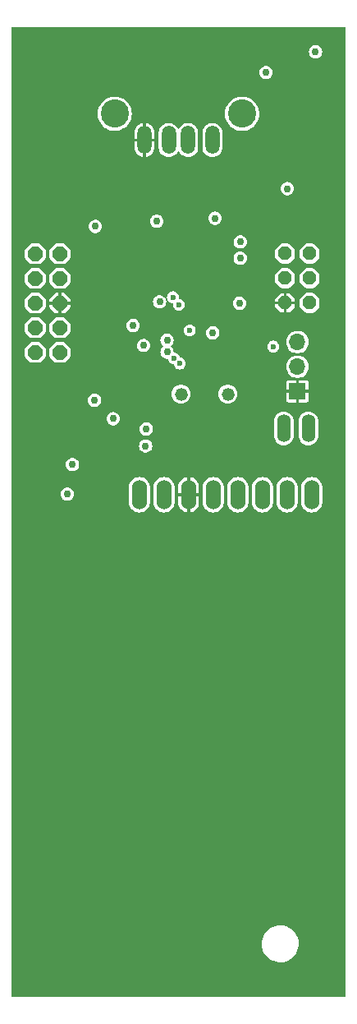
<source format=gbr>
%TF.GenerationSoftware,KiCad,Pcbnew,7.0.9*%
%TF.CreationDate,2024-03-16T10:18:14+00:00*%
%TF.ProjectId,wmk,776d6b2e-6b69-4636-9164-5f7063625858,rev?*%
%TF.SameCoordinates,Original*%
%TF.FileFunction,Copper,L3,Inr*%
%TF.FilePolarity,Positive*%
%FSLAX46Y46*%
G04 Gerber Fmt 4.6, Leading zero omitted, Abs format (unit mm)*
G04 Created by KiCad (PCBNEW 7.0.9) date 2024-03-16 10:18:14*
%MOMM*%
%LPD*%
G01*
G04 APERTURE LIST*
G04 Aperture macros list*
%AMOutline5P*
0 Free polygon, 5 corners , with rotation*
0 The origin of the aperture is its center*
0 number of corners: always 5*
0 $1 to $10 corner X, Y*
0 $11 Rotation angle, in degrees counterclockwise*
0 create outline with 5 corners*
4,1,5,$1,$2,$3,$4,$5,$6,$7,$8,$9,$10,$1,$2,$11*%
%AMOutline6P*
0 Free polygon, 6 corners , with rotation*
0 The origin of the aperture is its center*
0 number of corners: always 6*
0 $1 to $12 corner X, Y*
0 $13 Rotation angle, in degrees counterclockwise*
0 create outline with 6 corners*
4,1,6,$1,$2,$3,$4,$5,$6,$7,$8,$9,$10,$11,$12,$1,$2,$13*%
%AMOutline7P*
0 Free polygon, 7 corners , with rotation*
0 The origin of the aperture is its center*
0 number of corners: always 7*
0 $1 to $14 corner X, Y*
0 $15 Rotation angle, in degrees counterclockwise*
0 create outline with 7 corners*
4,1,7,$1,$2,$3,$4,$5,$6,$7,$8,$9,$10,$11,$12,$13,$14,$1,$2,$15*%
%AMOutline8P*
0 Free polygon, 8 corners , with rotation*
0 The origin of the aperture is its center*
0 number of corners: always 8*
0 $1 to $16 corner X, Y*
0 $17 Rotation angle, in degrees counterclockwise*
0 create outline with 8 corners*
4,1,8,$1,$2,$3,$4,$5,$6,$7,$8,$9,$10,$11,$12,$13,$14,$15,$16,$1,$2,$17*%
G04 Aperture macros list end*
%TA.AperFunction,ComponentPad*%
%ADD10O,1.422400X2.844800*%
%TD*%
%TA.AperFunction,ComponentPad*%
%ADD11Outline8P,-0.711200X0.294589X-0.294589X0.711200X0.294589X0.711200X0.711200X0.294589X0.711200X-0.294589X0.294589X-0.711200X-0.294589X-0.711200X-0.711200X-0.294589X90.000000*%
%TD*%
%TA.AperFunction,ComponentPad*%
%ADD12O,1.458000X2.916000*%
%TD*%
%TA.AperFunction,ComponentPad*%
%ADD13C,2.900000*%
%TD*%
%TA.AperFunction,ComponentPad*%
%ADD14R,1.700000X1.700000*%
%TD*%
%TA.AperFunction,ComponentPad*%
%ADD15O,1.700000X1.700000*%
%TD*%
%TA.AperFunction,ComponentPad*%
%ADD16O,1.524000X3.048000*%
%TD*%
%TA.AperFunction,ComponentPad*%
%ADD17Outline8P,-0.762000X0.315631X-0.315631X0.762000X0.315631X0.762000X0.762000X0.315631X0.762000X-0.315631X0.315631X-0.762000X-0.315631X-0.762000X-0.762000X-0.315631X90.000000*%
%TD*%
%TA.AperFunction,ComponentPad*%
%ADD18C,1.320800*%
%TD*%
%TA.AperFunction,ViaPad*%
%ADD19C,0.756400*%
%TD*%
%TA.AperFunction,ViaPad*%
%ADD20C,0.906400*%
%TD*%
%TA.AperFunction,ViaPad*%
%ADD21C,0.600000*%
%TD*%
G04 APERTURE END LIST*
D10*
%TO.N,/RX*%
%TO.C,JP3*%
X159359600Y-96418400D03*
%TO.N,/TX*%
X161899600Y-96418400D03*
%TD*%
D11*
%TO.N,VCC*%
%TO.C,PROGRAMER0*%
X162041100Y-83483600D03*
%TO.N,GND*%
X159501100Y-83483600D03*
%TO.N,VDD*%
X162041100Y-80943600D03*
%TO.N,/NRST*%
X159501100Y-80943600D03*
%TO.N,/SWCLK*%
X162041100Y-78403600D03*
%TO.N,/SWDIO*%
X159501100Y-78403600D03*
%TD*%
D12*
%TO.N,Net-(F1-Pad2)*%
%TO.C,X1*%
X152001100Y-66713600D03*
%TO.N,/USB_DM*%
X149501100Y-66713600D03*
%TO.N,/USB_DP*%
X147501100Y-66713600D03*
%TO.N,GND*%
X145001100Y-66713600D03*
D13*
%TO.N,unconnected-(X1-PadS1)*%
X155071100Y-64003600D03*
%TO.N,unconnected-(X1-PadS2)*%
X141931100Y-64003600D03*
%TD*%
D14*
%TO.N,GND*%
%TO.C,J1*%
X160782000Y-92608400D03*
D15*
%TO.N,Net-(J1-Pin_2)*%
X160782000Y-90068400D03*
%TO.N,VDD*%
X160782000Y-87528400D03*
%TD*%
D16*
%TO.N,/CLOCK*%
%TO.C,JP2*%
X162257431Y-103249369D03*
%TO.N,/DATA*%
X159717431Y-103249369D03*
%TO.N,/RESET*%
X157177431Y-103249369D03*
%TO.N,VCC*%
X154637431Y-103249369D03*
%TO.N,unconnected-(JP2-Pad5)*%
X152097431Y-103249369D03*
%TO.N,GND*%
X149557431Y-103249369D03*
%TO.N,/STATUS*%
X147017431Y-103249369D03*
%TO.N,/INUSE*%
X144477431Y-103249369D03*
%TD*%
D17*
%TO.N,Net-(U2-PB15)*%
%TO.C,JP1*%
X136271100Y-88583600D03*
%TO.N,Net-(U2-PB9)*%
X133731100Y-88583600D03*
%TO.N,VCC*%
X136271100Y-86043600D03*
%TO.N,Net-(U2-PB8)*%
X133731100Y-86043600D03*
%TO.N,GND*%
X136271100Y-83503600D03*
%TO.N,Net-(U2-PB5)*%
X133731100Y-83503600D03*
%TO.N,Net-(U2-PB14)*%
X136271100Y-80963600D03*
%TO.N,Net-(U2-PB4)*%
X133731100Y-80963600D03*
%TO.N,Net-(U2-PB13)*%
X136271100Y-78423600D03*
%TO.N,Net-(U2-PB3)*%
X133731100Y-78423600D03*
%TD*%
D18*
%TO.N,Net-(U2-PD1_OSC_OUT)*%
%TO.C,Q1*%
X153592337Y-92882875D03*
%TO.N,Net-(U2-PD0_OSC_IN)*%
X148766337Y-92882875D03*
%TD*%
D19*
%TO.N,GND*%
X150221000Y-83149500D03*
X151592600Y-80711100D03*
X146792000Y-78272700D03*
X143210600Y-82768500D03*
X151287800Y-96103500D03*
X135590600Y-94274700D03*
X135819200Y-58536900D03*
D20*
X160546100Y-119446100D03*
X143083600Y-100713600D03*
D19*
X135514400Y-92064900D03*
D20*
X139781600Y-103063100D03*
D19*
%TO.N,VDD*%
X139857800Y-93512700D03*
X154793000Y-83530500D03*
X139934000Y-75605700D03*
X146563400Y-83378100D03*
X159746000Y-71719500D03*
X141762800Y-95417700D03*
X152049800Y-86578500D03*
X146258600Y-75072300D03*
X154869200Y-78882300D03*
%TO.N,VCC*%
X157536200Y-59756100D03*
X137038400Y-103190100D03*
X137571800Y-100142100D03*
%TO.N,Net-(U2-PA3)*%
X152278400Y-74767500D03*
X162641600Y-57622500D03*
%TO.N,Net-(U2-PB3)*%
X144887000Y-87873900D03*
%TO.N,Net-(U2-PB4)*%
X147325400Y-87340500D03*
%TO.N,Net-(U2-PB5)*%
X147325400Y-88559700D03*
D21*
%TO.N,Net-(U2-PB8)*%
X148031200Y-89204800D03*
%TO.N,Net-(U2-PB9)*%
X148627844Y-89741779D03*
D19*
%TO.N,/TX*%
X145115600Y-98237100D03*
%TO.N,/RX*%
X145191800Y-96484500D03*
%TO.N,/SWCLK*%
X143820200Y-85816500D03*
D21*
%TO.N,Net-(U2-BOOT0)*%
X149674500Y-86326084D03*
%TO.N,/USB_DP*%
X147929600Y-82905600D03*
%TO.N,/USB_DM*%
X148539200Y-83667600D03*
D19*
%TO.N,unconnected-(U2-PA2-Pad12)*%
X154869200Y-77205900D03*
D21*
%TO.N,Net-(J1-Pin_2)*%
X158292800Y-87985600D03*
%TD*%
%TA.AperFunction,Conductor*%
%TO.N,GND*%
G36*
X165714194Y-55060506D02*
G01*
X165732500Y-55104700D01*
X165732500Y-154902500D01*
X165714194Y-154946694D01*
X165670000Y-154965000D01*
X131332200Y-154965000D01*
X131288006Y-154946694D01*
X131269700Y-154902500D01*
X131269700Y-149573192D01*
X157096786Y-149573192D01*
X157118628Y-149771697D01*
X157127214Y-149849724D01*
X157197580Y-150118876D01*
X157306384Y-150374914D01*
X157380465Y-150496300D01*
X157451311Y-150612386D01*
X157629261Y-150826215D01*
X157629275Y-150826229D01*
X157836447Y-151011855D01*
X157836452Y-151011859D01*
X157836457Y-151011863D01*
X158068473Y-151165363D01*
X158320367Y-151283446D01*
X158586769Y-151363595D01*
X158862001Y-151404100D01*
X158862002Y-151404100D01*
X159070569Y-151404100D01*
X159278546Y-151388878D01*
X159278548Y-151388877D01*
X159278555Y-151388877D01*
X159550097Y-151328388D01*
X159809938Y-151229008D01*
X160052540Y-151092853D01*
X160272732Y-150922826D01*
X160465822Y-150722551D01*
X160627693Y-150496296D01*
X160754897Y-150248883D01*
X160844721Y-149985586D01*
X160895252Y-149712016D01*
X160905413Y-149434004D01*
X160874986Y-149157476D01*
X160804620Y-148888324D01*
X160695816Y-148632286D01*
X160550892Y-148394819D01*
X160550890Y-148394817D01*
X160550888Y-148394813D01*
X160372938Y-148180984D01*
X160372924Y-148180970D01*
X160165752Y-147995344D01*
X160165745Y-147995339D01*
X160165743Y-147995337D01*
X159933727Y-147841837D01*
X159681833Y-147723754D01*
X159681830Y-147723753D01*
X159681828Y-147723752D01*
X159415440Y-147643607D01*
X159415426Y-147643604D01*
X159140205Y-147603100D01*
X159140199Y-147603100D01*
X158931637Y-147603100D01*
X158931631Y-147603100D01*
X158723653Y-147618321D01*
X158452103Y-147678812D01*
X158452101Y-147678812D01*
X158192260Y-147778192D01*
X157949660Y-147914346D01*
X157729469Y-148084373D01*
X157729467Y-148084374D01*
X157536374Y-148284653D01*
X157536373Y-148284654D01*
X157374510Y-148510899D01*
X157374507Y-148510903D01*
X157247302Y-148758318D01*
X157157480Y-149021612D01*
X157157477Y-149021620D01*
X157106949Y-149295175D01*
X157106947Y-149295196D01*
X157096786Y-149573192D01*
X131269700Y-149573192D01*
X131269700Y-104063796D01*
X143410131Y-104063796D01*
X143425573Y-104220592D01*
X143425573Y-104220593D01*
X143425574Y-104220596D01*
X143486452Y-104421286D01*
X143486604Y-104421786D01*
X143585706Y-104607192D01*
X143585708Y-104607196D01*
X143585710Y-104607198D01*
X143719084Y-104769716D01*
X143881602Y-104903090D01*
X143881605Y-104903091D01*
X143881607Y-104903093D01*
X144064755Y-105000988D01*
X144067017Y-105002197D01*
X144268204Y-105063226D01*
X144477431Y-105083833D01*
X144686658Y-105063226D01*
X144887845Y-105002197D01*
X145073260Y-104903090D01*
X145235778Y-104769716D01*
X145369152Y-104607198D01*
X145468259Y-104421783D01*
X145529288Y-104220596D01*
X145544731Y-104063800D01*
X145544731Y-104063796D01*
X145950131Y-104063796D01*
X145965573Y-104220592D01*
X145965573Y-104220593D01*
X145965574Y-104220596D01*
X146026452Y-104421286D01*
X146026604Y-104421786D01*
X146125706Y-104607192D01*
X146125708Y-104607196D01*
X146125710Y-104607198D01*
X146259084Y-104769716D01*
X146421602Y-104903090D01*
X146421605Y-104903091D01*
X146421607Y-104903093D01*
X146604755Y-105000988D01*
X146607017Y-105002197D01*
X146808204Y-105063226D01*
X147017431Y-105083833D01*
X147226658Y-105063226D01*
X147427845Y-105002197D01*
X147613260Y-104903090D01*
X147775778Y-104769716D01*
X147909152Y-104607198D01*
X148008259Y-104421783D01*
X148069288Y-104220596D01*
X148084731Y-104063800D01*
X148084731Y-104063735D01*
X148491431Y-104063735D01*
X148506854Y-104220340D01*
X148567811Y-104421286D01*
X148666792Y-104606466D01*
X148666796Y-104606472D01*
X148800008Y-104768791D01*
X148962327Y-104902003D01*
X148962333Y-104902007D01*
X149147513Y-105000988D01*
X149348454Y-105061943D01*
X149348462Y-105061945D01*
X149405431Y-105067555D01*
X149405431Y-103738420D01*
X149412839Y-103741804D01*
X149521097Y-103757369D01*
X149593765Y-103757369D01*
X149702023Y-103741804D01*
X149709431Y-103738420D01*
X149709431Y-105067555D01*
X149766399Y-105061945D01*
X149766407Y-105061943D01*
X149967348Y-105000988D01*
X150152528Y-104902007D01*
X150152534Y-104902003D01*
X150314853Y-104768791D01*
X150448065Y-104606472D01*
X150448069Y-104606466D01*
X150547050Y-104421286D01*
X150608007Y-104220340D01*
X150623425Y-104063796D01*
X151030131Y-104063796D01*
X151045573Y-104220592D01*
X151045573Y-104220593D01*
X151045574Y-104220596D01*
X151106452Y-104421286D01*
X151106604Y-104421786D01*
X151205706Y-104607192D01*
X151205708Y-104607196D01*
X151205710Y-104607198D01*
X151339084Y-104769716D01*
X151501602Y-104903090D01*
X151501605Y-104903091D01*
X151501607Y-104903093D01*
X151684755Y-105000988D01*
X151687017Y-105002197D01*
X151888204Y-105063226D01*
X152097431Y-105083833D01*
X152306658Y-105063226D01*
X152507845Y-105002197D01*
X152693260Y-104903090D01*
X152855778Y-104769716D01*
X152989152Y-104607198D01*
X153088259Y-104421783D01*
X153149288Y-104220596D01*
X153164731Y-104063800D01*
X153164731Y-104063796D01*
X153570131Y-104063796D01*
X153585573Y-104220592D01*
X153585573Y-104220593D01*
X153585574Y-104220596D01*
X153646452Y-104421286D01*
X153646604Y-104421786D01*
X153745706Y-104607192D01*
X153745708Y-104607196D01*
X153745710Y-104607198D01*
X153879084Y-104769716D01*
X154041602Y-104903090D01*
X154041605Y-104903091D01*
X154041607Y-104903093D01*
X154224755Y-105000988D01*
X154227017Y-105002197D01*
X154428204Y-105063226D01*
X154637431Y-105083833D01*
X154846658Y-105063226D01*
X155047845Y-105002197D01*
X155233260Y-104903090D01*
X155395778Y-104769716D01*
X155529152Y-104607198D01*
X155628259Y-104421783D01*
X155689288Y-104220596D01*
X155704731Y-104063800D01*
X155704731Y-104063796D01*
X156110131Y-104063796D01*
X156125573Y-104220592D01*
X156125573Y-104220593D01*
X156125574Y-104220596D01*
X156186452Y-104421286D01*
X156186604Y-104421786D01*
X156285706Y-104607192D01*
X156285708Y-104607196D01*
X156285710Y-104607198D01*
X156419084Y-104769716D01*
X156581602Y-104903090D01*
X156581605Y-104903091D01*
X156581607Y-104903093D01*
X156764755Y-105000988D01*
X156767017Y-105002197D01*
X156968204Y-105063226D01*
X157177431Y-105083833D01*
X157386658Y-105063226D01*
X157587845Y-105002197D01*
X157773260Y-104903090D01*
X157935778Y-104769716D01*
X158069152Y-104607198D01*
X158168259Y-104421783D01*
X158229288Y-104220596D01*
X158244731Y-104063800D01*
X158244731Y-104063796D01*
X158650131Y-104063796D01*
X158665573Y-104220592D01*
X158665573Y-104220593D01*
X158665574Y-104220596D01*
X158726452Y-104421286D01*
X158726604Y-104421786D01*
X158825706Y-104607192D01*
X158825708Y-104607196D01*
X158825710Y-104607198D01*
X158959084Y-104769716D01*
X159121602Y-104903090D01*
X159121605Y-104903091D01*
X159121607Y-104903093D01*
X159304755Y-105000988D01*
X159307017Y-105002197D01*
X159508204Y-105063226D01*
X159717431Y-105083833D01*
X159926658Y-105063226D01*
X160127845Y-105002197D01*
X160313260Y-104903090D01*
X160475778Y-104769716D01*
X160609152Y-104607198D01*
X160708259Y-104421783D01*
X160769288Y-104220596D01*
X160784731Y-104063800D01*
X160784731Y-104063796D01*
X161190131Y-104063796D01*
X161205573Y-104220592D01*
X161205573Y-104220593D01*
X161205574Y-104220596D01*
X161266452Y-104421286D01*
X161266604Y-104421786D01*
X161365706Y-104607192D01*
X161365708Y-104607196D01*
X161365710Y-104607198D01*
X161499084Y-104769716D01*
X161661602Y-104903090D01*
X161661605Y-104903091D01*
X161661607Y-104903093D01*
X161844755Y-105000988D01*
X161847017Y-105002197D01*
X162048204Y-105063226D01*
X162257431Y-105083833D01*
X162466658Y-105063226D01*
X162667845Y-105002197D01*
X162853260Y-104903090D01*
X163015778Y-104769716D01*
X163149152Y-104607198D01*
X163248259Y-104421783D01*
X163309288Y-104220596D01*
X163324731Y-104063800D01*
X163324731Y-102434938D01*
X163309288Y-102278142D01*
X163248259Y-102076955D01*
X163149152Y-101891540D01*
X163015778Y-101729022D01*
X162854578Y-101596730D01*
X162853265Y-101595652D01*
X162853263Y-101595651D01*
X162853260Y-101595648D01*
X162853258Y-101595646D01*
X162853254Y-101595644D01*
X162667848Y-101496542D01*
X162667845Y-101496541D01*
X162466658Y-101435512D01*
X162466655Y-101435511D01*
X162466654Y-101435511D01*
X162257431Y-101414905D01*
X162048207Y-101435511D01*
X162048205Y-101435511D01*
X162048204Y-101435512D01*
X161930094Y-101471339D01*
X161847013Y-101496542D01*
X161661607Y-101595644D01*
X161661596Y-101595652D01*
X161499085Y-101729020D01*
X161499082Y-101729023D01*
X161365714Y-101891534D01*
X161365706Y-101891545D01*
X161266604Y-102076951D01*
X161205574Y-102278143D01*
X161205573Y-102278145D01*
X161190131Y-102434941D01*
X161190131Y-104063796D01*
X160784731Y-104063796D01*
X160784731Y-102434938D01*
X160769288Y-102278142D01*
X160708259Y-102076955D01*
X160609152Y-101891540D01*
X160475778Y-101729022D01*
X160314578Y-101596730D01*
X160313265Y-101595652D01*
X160313263Y-101595651D01*
X160313260Y-101595648D01*
X160313258Y-101595646D01*
X160313254Y-101595644D01*
X160127848Y-101496542D01*
X160127845Y-101496541D01*
X159926658Y-101435512D01*
X159926655Y-101435511D01*
X159926654Y-101435511D01*
X159717431Y-101414905D01*
X159508207Y-101435511D01*
X159508205Y-101435511D01*
X159508204Y-101435512D01*
X159390094Y-101471339D01*
X159307013Y-101496542D01*
X159121607Y-101595644D01*
X159121596Y-101595652D01*
X158959085Y-101729020D01*
X158959082Y-101729023D01*
X158825714Y-101891534D01*
X158825706Y-101891545D01*
X158726604Y-102076951D01*
X158665574Y-102278143D01*
X158665573Y-102278145D01*
X158650131Y-102434941D01*
X158650131Y-104063796D01*
X158244731Y-104063796D01*
X158244731Y-102434938D01*
X158229288Y-102278142D01*
X158168259Y-102076955D01*
X158069152Y-101891540D01*
X157935778Y-101729022D01*
X157774578Y-101596730D01*
X157773265Y-101595652D01*
X157773263Y-101595651D01*
X157773260Y-101595648D01*
X157773258Y-101595646D01*
X157773254Y-101595644D01*
X157587848Y-101496542D01*
X157587845Y-101496541D01*
X157386658Y-101435512D01*
X157386655Y-101435511D01*
X157386654Y-101435511D01*
X157177431Y-101414905D01*
X156968207Y-101435511D01*
X156968205Y-101435511D01*
X156968204Y-101435512D01*
X156850094Y-101471339D01*
X156767013Y-101496542D01*
X156581607Y-101595644D01*
X156581596Y-101595652D01*
X156419085Y-101729020D01*
X156419082Y-101729023D01*
X156285714Y-101891534D01*
X156285706Y-101891545D01*
X156186604Y-102076951D01*
X156125574Y-102278143D01*
X156125573Y-102278145D01*
X156110131Y-102434941D01*
X156110131Y-104063796D01*
X155704731Y-104063796D01*
X155704731Y-102434938D01*
X155689288Y-102278142D01*
X155628259Y-102076955D01*
X155529152Y-101891540D01*
X155395778Y-101729022D01*
X155234578Y-101596730D01*
X155233265Y-101595652D01*
X155233263Y-101595651D01*
X155233260Y-101595648D01*
X155233258Y-101595646D01*
X155233254Y-101595644D01*
X155047848Y-101496542D01*
X155047845Y-101496541D01*
X154846658Y-101435512D01*
X154846655Y-101435511D01*
X154846654Y-101435511D01*
X154637431Y-101414905D01*
X154428207Y-101435511D01*
X154428205Y-101435511D01*
X154428204Y-101435512D01*
X154310094Y-101471339D01*
X154227013Y-101496542D01*
X154041607Y-101595644D01*
X154041596Y-101595652D01*
X153879085Y-101729020D01*
X153879082Y-101729023D01*
X153745714Y-101891534D01*
X153745706Y-101891545D01*
X153646604Y-102076951D01*
X153585574Y-102278143D01*
X153585573Y-102278145D01*
X153570131Y-102434941D01*
X153570131Y-104063796D01*
X153164731Y-104063796D01*
X153164731Y-102434938D01*
X153149288Y-102278142D01*
X153088259Y-102076955D01*
X152989152Y-101891540D01*
X152855778Y-101729022D01*
X152694578Y-101596730D01*
X152693265Y-101595652D01*
X152693263Y-101595651D01*
X152693260Y-101595648D01*
X152693258Y-101595646D01*
X152693254Y-101595644D01*
X152507848Y-101496542D01*
X152507845Y-101496541D01*
X152306658Y-101435512D01*
X152306655Y-101435511D01*
X152306654Y-101435511D01*
X152097431Y-101414905D01*
X151888207Y-101435511D01*
X151888205Y-101435511D01*
X151888204Y-101435512D01*
X151770094Y-101471339D01*
X151687013Y-101496542D01*
X151501607Y-101595644D01*
X151501596Y-101595652D01*
X151339085Y-101729020D01*
X151339082Y-101729023D01*
X151205714Y-101891534D01*
X151205706Y-101891545D01*
X151106604Y-102076951D01*
X151045574Y-102278143D01*
X151045573Y-102278145D01*
X151030131Y-102434941D01*
X151030131Y-104063796D01*
X150623425Y-104063796D01*
X150623431Y-104063735D01*
X150623431Y-103401369D01*
X150042246Y-103401369D01*
X150065431Y-103322408D01*
X150065431Y-103176330D01*
X150042246Y-103097369D01*
X150623431Y-103097369D01*
X150623431Y-102435002D01*
X150608007Y-102278397D01*
X150547050Y-102077451D01*
X150448069Y-101892271D01*
X150448065Y-101892265D01*
X150314853Y-101729946D01*
X150152534Y-101596734D01*
X150152528Y-101596730D01*
X149967348Y-101497749D01*
X149766403Y-101436792D01*
X149709431Y-101431180D01*
X149709431Y-102760317D01*
X149702023Y-102756934D01*
X149593765Y-102741369D01*
X149521097Y-102741369D01*
X149412839Y-102756934D01*
X149405431Y-102760317D01*
X149405431Y-101431181D01*
X149405430Y-101431180D01*
X149348458Y-101436792D01*
X149147513Y-101497749D01*
X148962333Y-101596730D01*
X148962327Y-101596734D01*
X148800008Y-101729946D01*
X148666796Y-101892265D01*
X148666792Y-101892271D01*
X148567811Y-102077451D01*
X148506854Y-102278397D01*
X148491431Y-102435002D01*
X148491431Y-103097369D01*
X149072616Y-103097369D01*
X149049431Y-103176330D01*
X149049431Y-103322408D01*
X149072616Y-103401369D01*
X148491431Y-103401369D01*
X148491431Y-104063735D01*
X148084731Y-104063735D01*
X148084731Y-102434938D01*
X148069288Y-102278142D01*
X148008259Y-102076955D01*
X147909152Y-101891540D01*
X147775778Y-101729022D01*
X147614578Y-101596730D01*
X147613265Y-101595652D01*
X147613263Y-101595651D01*
X147613260Y-101595648D01*
X147613258Y-101595646D01*
X147613254Y-101595644D01*
X147427848Y-101496542D01*
X147427845Y-101496541D01*
X147226658Y-101435512D01*
X147226655Y-101435511D01*
X147226654Y-101435511D01*
X147017431Y-101414905D01*
X146808207Y-101435511D01*
X146808205Y-101435511D01*
X146808204Y-101435512D01*
X146690094Y-101471339D01*
X146607013Y-101496542D01*
X146421607Y-101595644D01*
X146421596Y-101595652D01*
X146259085Y-101729020D01*
X146259082Y-101729023D01*
X146125714Y-101891534D01*
X146125706Y-101891545D01*
X146026604Y-102076951D01*
X145965574Y-102278143D01*
X145965573Y-102278145D01*
X145950131Y-102434941D01*
X145950131Y-104063796D01*
X145544731Y-104063796D01*
X145544731Y-102434938D01*
X145529288Y-102278142D01*
X145468259Y-102076955D01*
X145369152Y-101891540D01*
X145235778Y-101729022D01*
X145074578Y-101596730D01*
X145073265Y-101595652D01*
X145073263Y-101595651D01*
X145073260Y-101595648D01*
X145073258Y-101595646D01*
X145073254Y-101595644D01*
X144887848Y-101496542D01*
X144887845Y-101496541D01*
X144686658Y-101435512D01*
X144686655Y-101435511D01*
X144686654Y-101435511D01*
X144477431Y-101414905D01*
X144268207Y-101435511D01*
X144268205Y-101435511D01*
X144268204Y-101435512D01*
X144150094Y-101471339D01*
X144067013Y-101496542D01*
X143881607Y-101595644D01*
X143881596Y-101595652D01*
X143719085Y-101729020D01*
X143719082Y-101729023D01*
X143585714Y-101891534D01*
X143585706Y-101891545D01*
X143486604Y-102076951D01*
X143425574Y-102278143D01*
X143425573Y-102278145D01*
X143410131Y-102434941D01*
X143410131Y-104063796D01*
X131269700Y-104063796D01*
X131269700Y-103190103D01*
X136349880Y-103190103D01*
X136369885Y-103354866D01*
X136369887Y-103354877D01*
X136428744Y-103510067D01*
X136428746Y-103510071D01*
X136523035Y-103646673D01*
X136647276Y-103756741D01*
X136794247Y-103833877D01*
X136955408Y-103873600D01*
X137121392Y-103873600D01*
X137282553Y-103833877D01*
X137429524Y-103756741D01*
X137553765Y-103646673D01*
X137648054Y-103510071D01*
X137706913Y-103354874D01*
X137726920Y-103190100D01*
X137708229Y-103036168D01*
X137706914Y-103025333D01*
X137706912Y-103025322D01*
X137648055Y-102870132D01*
X137648054Y-102870129D01*
X137553765Y-102733527D01*
X137429524Y-102623459D01*
X137429523Y-102623458D01*
X137282555Y-102546324D01*
X137282554Y-102546323D01*
X137282553Y-102546323D01*
X137174109Y-102519593D01*
X137121393Y-102506600D01*
X137121392Y-102506600D01*
X136955408Y-102506600D01*
X136955406Y-102506600D01*
X136849972Y-102532587D01*
X136794247Y-102546323D01*
X136794246Y-102546323D01*
X136794244Y-102546324D01*
X136647276Y-102623458D01*
X136523036Y-102733525D01*
X136428744Y-102870132D01*
X136369887Y-103025322D01*
X136369885Y-103025333D01*
X136349880Y-103190096D01*
X136349880Y-103190103D01*
X131269700Y-103190103D01*
X131269700Y-100142103D01*
X136883280Y-100142103D01*
X136903285Y-100306866D01*
X136903287Y-100306877D01*
X136962144Y-100462067D01*
X136962146Y-100462071D01*
X137056435Y-100598673D01*
X137180676Y-100708741D01*
X137327647Y-100785877D01*
X137488808Y-100825600D01*
X137654792Y-100825600D01*
X137815953Y-100785877D01*
X137962924Y-100708741D01*
X138087165Y-100598673D01*
X138181454Y-100462071D01*
X138240313Y-100306874D01*
X138260320Y-100142100D01*
X138240313Y-99977326D01*
X138240312Y-99977324D01*
X138240312Y-99977322D01*
X138181455Y-99822132D01*
X138181454Y-99822129D01*
X138087165Y-99685527D01*
X137962924Y-99575459D01*
X137962923Y-99575458D01*
X137815955Y-99498324D01*
X137815954Y-99498323D01*
X137815953Y-99498323D01*
X137707509Y-99471593D01*
X137654793Y-99458600D01*
X137654792Y-99458600D01*
X137488808Y-99458600D01*
X137488806Y-99458600D01*
X137383372Y-99484587D01*
X137327647Y-99498323D01*
X137327646Y-99498323D01*
X137327644Y-99498324D01*
X137180676Y-99575458D01*
X137056436Y-99685525D01*
X136962144Y-99822132D01*
X136903287Y-99977322D01*
X136903285Y-99977333D01*
X136883280Y-100142096D01*
X136883280Y-100142103D01*
X131269700Y-100142103D01*
X131269700Y-98237103D01*
X144427080Y-98237103D01*
X144447085Y-98401866D01*
X144447087Y-98401877D01*
X144505944Y-98557067D01*
X144505946Y-98557071D01*
X144600235Y-98693673D01*
X144724476Y-98803741D01*
X144871447Y-98880877D01*
X145032608Y-98920600D01*
X145198592Y-98920600D01*
X145359753Y-98880877D01*
X145506724Y-98803741D01*
X145630965Y-98693673D01*
X145725254Y-98557071D01*
X145784113Y-98401874D01*
X145804120Y-98237100D01*
X145784113Y-98072326D01*
X145784112Y-98072324D01*
X145784112Y-98072322D01*
X145725255Y-97917132D01*
X145725254Y-97917129D01*
X145630965Y-97780527D01*
X145536760Y-97697069D01*
X145506723Y-97670458D01*
X145359755Y-97593324D01*
X145359754Y-97593323D01*
X145359753Y-97593323D01*
X145251309Y-97566593D01*
X145198593Y-97553600D01*
X145198592Y-97553600D01*
X145032608Y-97553600D01*
X145032606Y-97553600D01*
X144927172Y-97579587D01*
X144871447Y-97593323D01*
X144871446Y-97593323D01*
X144871444Y-97593324D01*
X144724476Y-97670458D01*
X144600236Y-97780525D01*
X144505944Y-97917132D01*
X144447087Y-98072322D01*
X144447085Y-98072333D01*
X144427080Y-98237096D01*
X144427080Y-98237103D01*
X131269700Y-98237103D01*
X131269700Y-97179530D01*
X158343100Y-97179530D01*
X158357807Y-97328867D01*
X158357808Y-97328869D01*
X158415933Y-97520480D01*
X158415934Y-97520481D01*
X158510318Y-97697063D01*
X158510326Y-97697074D01*
X158578813Y-97780527D01*
X158637348Y-97851852D01*
X158792131Y-97978878D01*
X158792134Y-97978879D01*
X158792136Y-97978881D01*
X158838082Y-98003439D01*
X158968720Y-98073267D01*
X159160331Y-98131392D01*
X159359600Y-98151018D01*
X159558869Y-98131392D01*
X159750480Y-98073267D01*
X159927069Y-97978878D01*
X160081852Y-97851852D01*
X160208878Y-97697069D01*
X160303267Y-97520480D01*
X160361392Y-97328869D01*
X160376100Y-97179534D01*
X160376100Y-97179530D01*
X160883100Y-97179530D01*
X160897807Y-97328867D01*
X160897808Y-97328869D01*
X160955933Y-97520480D01*
X160955934Y-97520481D01*
X161050318Y-97697063D01*
X161050326Y-97697074D01*
X161118813Y-97780527D01*
X161177348Y-97851852D01*
X161332131Y-97978878D01*
X161332134Y-97978879D01*
X161332136Y-97978881D01*
X161378082Y-98003439D01*
X161508720Y-98073267D01*
X161700331Y-98131392D01*
X161899600Y-98151018D01*
X162098869Y-98131392D01*
X162290480Y-98073267D01*
X162467069Y-97978878D01*
X162621852Y-97851852D01*
X162748878Y-97697069D01*
X162843267Y-97520480D01*
X162901392Y-97328869D01*
X162916100Y-97179534D01*
X162916100Y-95657266D01*
X162901392Y-95507931D01*
X162843267Y-95316320D01*
X162748878Y-95139731D01*
X162621852Y-94984948D01*
X162592823Y-94961125D01*
X162467074Y-94857926D01*
X162467072Y-94857925D01*
X162467069Y-94857922D01*
X162467067Y-94857920D01*
X162467063Y-94857918D01*
X162309918Y-94773923D01*
X162290480Y-94763533D01*
X162168009Y-94726381D01*
X162098867Y-94705407D01*
X161899600Y-94685782D01*
X161700332Y-94705407D01*
X161605417Y-94734200D01*
X161508720Y-94763533D01*
X161508718Y-94763533D01*
X161508718Y-94763534D01*
X161332136Y-94857918D01*
X161332125Y-94857926D01*
X161177349Y-94984946D01*
X161177346Y-94984949D01*
X161050326Y-95139725D01*
X161050318Y-95139736D01*
X160955934Y-95316318D01*
X160897807Y-95507932D01*
X160883100Y-95657269D01*
X160883100Y-97179530D01*
X160376100Y-97179530D01*
X160376100Y-95657266D01*
X160361392Y-95507931D01*
X160303267Y-95316320D01*
X160208878Y-95139731D01*
X160081852Y-94984948D01*
X160052823Y-94961125D01*
X159927074Y-94857926D01*
X159927072Y-94857925D01*
X159927069Y-94857922D01*
X159927067Y-94857920D01*
X159927063Y-94857918D01*
X159769918Y-94773923D01*
X159750480Y-94763533D01*
X159628009Y-94726381D01*
X159558867Y-94705407D01*
X159359600Y-94685782D01*
X159160332Y-94705407D01*
X159065417Y-94734200D01*
X158968720Y-94763533D01*
X158968718Y-94763533D01*
X158968718Y-94763534D01*
X158792136Y-94857918D01*
X158792125Y-94857926D01*
X158637349Y-94984946D01*
X158637346Y-94984949D01*
X158510326Y-95139725D01*
X158510318Y-95139736D01*
X158415934Y-95316318D01*
X158357807Y-95507932D01*
X158343100Y-95657269D01*
X158343100Y-97179530D01*
X131269700Y-97179530D01*
X131269700Y-96484503D01*
X144503280Y-96484503D01*
X144523285Y-96649266D01*
X144523287Y-96649277D01*
X144582144Y-96804467D01*
X144582146Y-96804471D01*
X144676435Y-96941073D01*
X144800676Y-97051141D01*
X144947647Y-97128277D01*
X145108808Y-97168000D01*
X145274792Y-97168000D01*
X145435953Y-97128277D01*
X145582924Y-97051141D01*
X145707165Y-96941073D01*
X145801454Y-96804471D01*
X145860313Y-96649274D01*
X145880320Y-96484500D01*
X145860313Y-96319726D01*
X145860312Y-96319724D01*
X145860312Y-96319722D01*
X145801455Y-96164532D01*
X145801454Y-96164529D01*
X145707165Y-96027927D01*
X145582924Y-95917859D01*
X145582923Y-95917858D01*
X145435955Y-95840724D01*
X145435954Y-95840723D01*
X145435953Y-95840723D01*
X145327509Y-95813993D01*
X145274793Y-95801000D01*
X145274792Y-95801000D01*
X145108808Y-95801000D01*
X145108806Y-95801000D01*
X145003372Y-95826987D01*
X144947647Y-95840723D01*
X144947646Y-95840723D01*
X144947644Y-95840724D01*
X144800676Y-95917858D01*
X144676436Y-96027925D01*
X144582144Y-96164532D01*
X144523287Y-96319722D01*
X144523285Y-96319733D01*
X144503280Y-96484496D01*
X144503280Y-96484503D01*
X131269700Y-96484503D01*
X131269700Y-95417703D01*
X141074280Y-95417703D01*
X141094285Y-95582466D01*
X141094287Y-95582477D01*
X141153144Y-95737667D01*
X141153146Y-95737671D01*
X141247435Y-95874273D01*
X141371676Y-95984341D01*
X141518647Y-96061477D01*
X141679808Y-96101200D01*
X141845792Y-96101200D01*
X142006953Y-96061477D01*
X142153924Y-95984341D01*
X142278165Y-95874273D01*
X142372454Y-95737671D01*
X142431313Y-95582474D01*
X142451320Y-95417700D01*
X142439010Y-95316320D01*
X142431314Y-95252933D01*
X142431312Y-95252922D01*
X142372455Y-95097732D01*
X142372454Y-95097729D01*
X142278165Y-94961127D01*
X142153924Y-94851059D01*
X142153923Y-94851058D01*
X142006955Y-94773924D01*
X142006954Y-94773923D01*
X142006953Y-94773923D01*
X141898509Y-94747193D01*
X141845793Y-94734200D01*
X141845792Y-94734200D01*
X141679808Y-94734200D01*
X141679806Y-94734200D01*
X141574372Y-94760187D01*
X141518647Y-94773923D01*
X141518646Y-94773923D01*
X141518644Y-94773924D01*
X141371676Y-94851058D01*
X141247436Y-94961125D01*
X141153144Y-95097732D01*
X141094287Y-95252922D01*
X141094285Y-95252933D01*
X141074280Y-95417696D01*
X141074280Y-95417703D01*
X131269700Y-95417703D01*
X131269700Y-93512703D01*
X139169280Y-93512703D01*
X139189285Y-93677466D01*
X139189287Y-93677477D01*
X139227936Y-93779383D01*
X139248146Y-93832671D01*
X139342435Y-93969273D01*
X139466676Y-94079341D01*
X139613647Y-94156477D01*
X139774808Y-94196200D01*
X139940792Y-94196200D01*
X140101953Y-94156477D01*
X140248924Y-94079341D01*
X140373165Y-93969273D01*
X140467454Y-93832671D01*
X140521672Y-93689711D01*
X140526312Y-93677477D01*
X140526314Y-93677466D01*
X140546320Y-93512703D01*
X140546320Y-93512696D01*
X140526314Y-93347933D01*
X140526312Y-93347922D01*
X140467455Y-93192732D01*
X140467454Y-93192729D01*
X140373165Y-93056127D01*
X140347457Y-93033352D01*
X140248923Y-92946058D01*
X140128537Y-92882875D01*
X147795964Y-92882875D01*
X147814608Y-93072183D01*
X147814609Y-93072185D01*
X147869829Y-93254221D01*
X147869830Y-93254222D01*
X147959497Y-93421979D01*
X147959501Y-93421985D01*
X148080180Y-93569032D01*
X148227227Y-93689711D01*
X148227229Y-93689712D01*
X148227232Y-93689714D01*
X148270882Y-93713045D01*
X148394991Y-93779383D01*
X148577027Y-93834603D01*
X148766337Y-93853248D01*
X148955647Y-93834603D01*
X149137683Y-93779383D01*
X149305447Y-93689711D01*
X149452494Y-93569032D01*
X149573173Y-93421985D01*
X149662845Y-93254221D01*
X149718065Y-93072185D01*
X149736710Y-92882875D01*
X152621964Y-92882875D01*
X152640608Y-93072183D01*
X152640609Y-93072185D01*
X152695829Y-93254221D01*
X152695830Y-93254222D01*
X152785497Y-93421979D01*
X152785501Y-93421985D01*
X152906180Y-93569032D01*
X153053227Y-93689711D01*
X153053229Y-93689712D01*
X153053232Y-93689714D01*
X153096882Y-93713045D01*
X153220991Y-93779383D01*
X153403027Y-93834603D01*
X153592337Y-93853248D01*
X153781647Y-93834603D01*
X153963683Y-93779383D01*
X154131447Y-93689711D01*
X154278494Y-93569032D01*
X154399173Y-93421985D01*
X154488845Y-93254221D01*
X154544065Y-93072185D01*
X154562710Y-92882875D01*
X154544065Y-92693565D01*
X154488845Y-92511529D01*
X154459378Y-92456400D01*
X159628000Y-92456400D01*
X160305523Y-92456400D01*
X160282000Y-92536511D01*
X160282000Y-92680289D01*
X160305523Y-92760400D01*
X159628001Y-92760400D01*
X159628001Y-93503788D01*
X159630949Y-93529207D01*
X159630949Y-93529208D01*
X159676857Y-93633178D01*
X159757221Y-93713542D01*
X159861194Y-93759451D01*
X159886611Y-93762399D01*
X160630000Y-93762399D01*
X160630000Y-93088656D01*
X160639685Y-93093080D01*
X160746237Y-93108400D01*
X160817763Y-93108400D01*
X160924315Y-93093080D01*
X160934000Y-93088656D01*
X160934000Y-93762399D01*
X161677388Y-93762399D01*
X161702807Y-93759450D01*
X161702808Y-93759450D01*
X161806778Y-93713542D01*
X161887142Y-93633178D01*
X161933051Y-93529205D01*
X161936000Y-93503788D01*
X161936000Y-92760400D01*
X161258477Y-92760400D01*
X161282000Y-92680289D01*
X161282000Y-92536511D01*
X161258477Y-92456400D01*
X161935999Y-92456400D01*
X161935999Y-91713011D01*
X161933050Y-91687592D01*
X161933050Y-91687591D01*
X161887142Y-91583621D01*
X161806778Y-91503257D01*
X161702805Y-91457348D01*
X161677389Y-91454400D01*
X160934000Y-91454400D01*
X160934000Y-92128143D01*
X160924315Y-92123720D01*
X160817763Y-92108400D01*
X160746237Y-92108400D01*
X160639685Y-92123720D01*
X160630000Y-92128143D01*
X160630000Y-91454400D01*
X159886611Y-91454400D01*
X159861192Y-91457349D01*
X159861191Y-91457349D01*
X159757221Y-91503257D01*
X159676857Y-91583621D01*
X159630948Y-91687594D01*
X159628000Y-91713011D01*
X159628000Y-92456400D01*
X154459378Y-92456400D01*
X154399173Y-92343765D01*
X154278494Y-92196718D01*
X154131447Y-92076039D01*
X154131441Y-92076035D01*
X154025737Y-92019535D01*
X153963683Y-91986367D01*
X153847332Y-91951072D01*
X153781645Y-91931146D01*
X153592337Y-91912502D01*
X153403028Y-91931146D01*
X153286676Y-91966441D01*
X153220991Y-91986367D01*
X153220989Y-91986367D01*
X153220989Y-91986368D01*
X153053232Y-92076035D01*
X153053226Y-92076039D01*
X152906180Y-92196718D01*
X152785501Y-92343764D01*
X152785497Y-92343770D01*
X152695830Y-92511527D01*
X152640608Y-92693566D01*
X152621964Y-92882874D01*
X152621964Y-92882875D01*
X149736710Y-92882875D01*
X149718065Y-92693565D01*
X149662845Y-92511529D01*
X149573173Y-92343765D01*
X149452494Y-92196718D01*
X149305447Y-92076039D01*
X149305441Y-92076035D01*
X149199737Y-92019535D01*
X149137683Y-91986367D01*
X149021332Y-91951072D01*
X148955645Y-91931146D01*
X148766337Y-91912502D01*
X148577028Y-91931146D01*
X148460676Y-91966441D01*
X148394991Y-91986367D01*
X148394989Y-91986367D01*
X148394989Y-91986368D01*
X148227232Y-92076035D01*
X148227226Y-92076039D01*
X148080180Y-92196718D01*
X147959501Y-92343764D01*
X147959497Y-92343770D01*
X147869830Y-92511527D01*
X147814608Y-92693566D01*
X147795964Y-92882874D01*
X147795964Y-92882875D01*
X140128537Y-92882875D01*
X140101955Y-92868924D01*
X140101954Y-92868923D01*
X140101953Y-92868923D01*
X139993509Y-92842193D01*
X139940793Y-92829200D01*
X139940792Y-92829200D01*
X139774808Y-92829200D01*
X139774806Y-92829200D01*
X139669372Y-92855187D01*
X139613647Y-92868923D01*
X139613646Y-92868923D01*
X139613644Y-92868924D01*
X139466676Y-92946058D01*
X139342436Y-93056125D01*
X139248144Y-93192732D01*
X139189287Y-93347922D01*
X139189285Y-93347933D01*
X139169280Y-93512696D01*
X139169280Y-93512703D01*
X131269700Y-93512703D01*
X131269700Y-88949916D01*
X132663799Y-88949916D01*
X132665199Y-88963333D01*
X132665202Y-88963345D01*
X132708876Y-89068783D01*
X132708878Y-89068786D01*
X132708880Y-89068790D01*
X132717383Y-89079274D01*
X133235430Y-89597322D01*
X133245910Y-89605820D01*
X133351362Y-89649500D01*
X133364782Y-89650900D01*
X134097414Y-89650901D01*
X134110838Y-89649500D01*
X134216290Y-89605820D01*
X134226774Y-89597317D01*
X134744822Y-89079270D01*
X134753320Y-89068790D01*
X134797000Y-88963338D01*
X134798400Y-88949918D01*
X134798400Y-88949916D01*
X135203799Y-88949916D01*
X135205199Y-88963333D01*
X135205202Y-88963345D01*
X135248876Y-89068783D01*
X135248878Y-89068786D01*
X135248880Y-89068790D01*
X135257383Y-89079274D01*
X135775430Y-89597322D01*
X135785910Y-89605820D01*
X135891362Y-89649500D01*
X135904782Y-89650900D01*
X136637414Y-89650901D01*
X136650838Y-89649500D01*
X136756290Y-89605820D01*
X136766774Y-89597317D01*
X137284822Y-89079270D01*
X137293320Y-89068790D01*
X137337000Y-88963338D01*
X137338400Y-88949918D01*
X137338401Y-88559703D01*
X146636880Y-88559703D01*
X146656885Y-88724466D01*
X146656887Y-88724477D01*
X146715744Y-88879667D01*
X146715746Y-88879671D01*
X146773495Y-88963335D01*
X146810036Y-89016274D01*
X146934276Y-89126341D01*
X147081247Y-89203477D01*
X147242408Y-89243200D01*
X147370921Y-89243200D01*
X147415115Y-89261506D01*
X147432886Y-89297542D01*
X147441478Y-89362808D01*
X147441481Y-89362818D01*
X147502470Y-89510059D01*
X147502472Y-89510062D01*
X147599494Y-89636505D01*
X147725937Y-89733527D01*
X147725940Y-89733529D01*
X147745860Y-89741780D01*
X147873185Y-89794520D01*
X147873191Y-89794520D01*
X147873192Y-89794521D01*
X147895377Y-89797441D01*
X147979380Y-89808500D01*
X148020807Y-89832417D01*
X148033188Y-89862307D01*
X148038122Y-89899786D01*
X148038125Y-89899797D01*
X148099114Y-90047038D01*
X148099116Y-90047041D01*
X148196138Y-90173484D01*
X148322581Y-90270506D01*
X148322584Y-90270508D01*
X148349358Y-90281598D01*
X148469829Y-90331499D01*
X148469833Y-90331499D01*
X148469835Y-90331500D01*
X148627842Y-90352302D01*
X148627844Y-90352302D01*
X148627846Y-90352302D01*
X148785852Y-90331500D01*
X148785852Y-90331499D01*
X148785859Y-90331499D01*
X148933106Y-90270507D01*
X149059549Y-90173484D01*
X149140180Y-90068403D01*
X159621751Y-90068403D01*
X159641504Y-90281587D01*
X159641506Y-90281598D01*
X159700100Y-90487530D01*
X159795536Y-90679192D01*
X159924566Y-90850055D01*
X160031887Y-90947891D01*
X160082789Y-90994295D01*
X160082790Y-90994296D01*
X160082794Y-90994299D01*
X160264833Y-91107012D01*
X160464483Y-91184357D01*
X160674946Y-91223700D01*
X160674949Y-91223700D01*
X160889051Y-91223700D01*
X160889054Y-91223700D01*
X161099517Y-91184357D01*
X161299167Y-91107012D01*
X161481206Y-90994299D01*
X161639434Y-90850055D01*
X161768464Y-90679192D01*
X161863900Y-90487530D01*
X161922494Y-90281595D01*
X161922495Y-90281587D01*
X161942249Y-90068403D01*
X161942249Y-90068396D01*
X161922495Y-89855212D01*
X161922493Y-89855201D01*
X161905227Y-89794518D01*
X161863900Y-89649270D01*
X161768464Y-89457608D01*
X161639434Y-89286745D01*
X161491691Y-89152059D01*
X161481210Y-89142504D01*
X161481207Y-89142502D01*
X161481206Y-89142501D01*
X161299167Y-89029788D01*
X161299165Y-89029787D01*
X161099514Y-88952442D01*
X160889056Y-88913100D01*
X160889054Y-88913100D01*
X160674946Y-88913100D01*
X160674943Y-88913100D01*
X160464485Y-88952442D01*
X160264834Y-89029787D01*
X160082789Y-89142504D01*
X159924564Y-89286747D01*
X159924562Y-89286749D01*
X159795536Y-89457608D01*
X159700100Y-89649269D01*
X159641506Y-89855201D01*
X159641504Y-89855212D01*
X159621751Y-90068396D01*
X159621751Y-90068403D01*
X149140180Y-90068403D01*
X149156572Y-90047041D01*
X149217564Y-89899794D01*
X149229583Y-89808500D01*
X149238367Y-89741780D01*
X149238367Y-89741777D01*
X149217565Y-89583770D01*
X149217564Y-89583768D01*
X149217564Y-89583764D01*
X149156572Y-89436518D01*
X149059549Y-89310074D01*
X149059547Y-89310073D01*
X149059547Y-89310072D01*
X148933106Y-89213051D01*
X148933103Y-89213049D01*
X148785862Y-89152060D01*
X148785852Y-89152057D01*
X148679661Y-89138077D01*
X148638234Y-89114160D01*
X148625854Y-89084271D01*
X148620920Y-89046785D01*
X148559928Y-88899539D01*
X148462905Y-88773095D01*
X148462903Y-88773094D01*
X148462903Y-88773093D01*
X148336462Y-88676072D01*
X148336459Y-88676070D01*
X148189218Y-88615081D01*
X148189216Y-88615080D01*
X148189215Y-88615080D01*
X148189213Y-88615079D01*
X148189207Y-88615078D01*
X148065951Y-88598851D01*
X148024524Y-88574933D01*
X148012065Y-88544419D01*
X147993914Y-88394933D01*
X147993912Y-88394922D01*
X147935055Y-88239732D01*
X147935054Y-88239729D01*
X147840765Y-88103127D01*
X147835447Y-88098416D01*
X147720839Y-87996882D01*
X147715346Y-87985601D01*
X157682277Y-87985601D01*
X157703078Y-88143608D01*
X157703081Y-88143618D01*
X157764070Y-88290859D01*
X157764072Y-88290862D01*
X157861094Y-88417305D01*
X157958117Y-88491752D01*
X157987538Y-88514328D01*
X158134785Y-88575320D01*
X158134789Y-88575320D01*
X158134791Y-88575321D01*
X158292798Y-88596123D01*
X158292800Y-88596123D01*
X158292802Y-88596123D01*
X158450808Y-88575321D01*
X158450808Y-88575320D01*
X158450815Y-88575320D01*
X158598062Y-88514328D01*
X158724505Y-88417305D01*
X158821528Y-88290862D01*
X158882520Y-88143615D01*
X158883102Y-88139192D01*
X158903323Y-87985601D01*
X158903323Y-87985598D01*
X158882521Y-87827591D01*
X158882520Y-87827589D01*
X158882520Y-87827585D01*
X158833452Y-87709126D01*
X158821529Y-87680341D01*
X158821527Y-87680338D01*
X158736778Y-87569890D01*
X158724505Y-87553895D01*
X158724503Y-87553894D01*
X158724503Y-87553893D01*
X158691284Y-87528403D01*
X159621751Y-87528403D01*
X159641504Y-87741587D01*
X159641506Y-87741598D01*
X159688608Y-87907141D01*
X159700100Y-87947530D01*
X159795536Y-88139192D01*
X159924566Y-88310055D01*
X160017661Y-88394922D01*
X160082789Y-88454295D01*
X160082790Y-88454296D01*
X160082794Y-88454299D01*
X160264833Y-88567012D01*
X160464483Y-88644357D01*
X160674946Y-88683700D01*
X160674949Y-88683700D01*
X160889051Y-88683700D01*
X160889054Y-88683700D01*
X161099517Y-88644357D01*
X161299167Y-88567012D01*
X161481206Y-88454299D01*
X161639434Y-88310055D01*
X161768464Y-88139192D01*
X161863900Y-87947530D01*
X161922494Y-87741595D01*
X161930011Y-87660471D01*
X161942249Y-87528403D01*
X161942249Y-87528396D01*
X161922495Y-87315212D01*
X161922493Y-87315201D01*
X161898286Y-87230123D01*
X161863900Y-87109270D01*
X161768464Y-86917608D01*
X161639434Y-86746745D01*
X161540171Y-86656255D01*
X161481210Y-86602504D01*
X161481207Y-86602502D01*
X161481206Y-86602501D01*
X161299167Y-86489788D01*
X161299165Y-86489787D01*
X161127627Y-86423333D01*
X161099517Y-86412443D01*
X161099516Y-86412442D01*
X161099514Y-86412442D01*
X160889056Y-86373100D01*
X160889054Y-86373100D01*
X160674946Y-86373100D01*
X160674943Y-86373100D01*
X160464485Y-86412442D01*
X160264834Y-86489787D01*
X160082789Y-86602504D01*
X159924564Y-86746747D01*
X159924562Y-86746749D01*
X159795536Y-86917608D01*
X159700100Y-87109269D01*
X159641506Y-87315201D01*
X159641504Y-87315212D01*
X159621751Y-87528396D01*
X159621751Y-87528403D01*
X158691284Y-87528403D01*
X158598062Y-87456872D01*
X158598059Y-87456870D01*
X158450818Y-87395881D01*
X158450808Y-87395878D01*
X158292802Y-87375077D01*
X158292798Y-87375077D01*
X158134791Y-87395878D01*
X158134781Y-87395881D01*
X157987541Y-87456870D01*
X157987538Y-87456872D01*
X157861095Y-87553895D01*
X157764072Y-87680338D01*
X157764070Y-87680341D01*
X157703081Y-87827581D01*
X157703078Y-87827591D01*
X157682277Y-87985598D01*
X157682277Y-87985601D01*
X147715346Y-87985601D01*
X147699898Y-87953874D01*
X147715502Y-87908655D01*
X147720839Y-87903318D01*
X147840765Y-87797073D01*
X147935054Y-87660471D01*
X147993913Y-87505274D01*
X148013920Y-87340500D01*
X148010848Y-87315201D01*
X147993914Y-87175733D01*
X147993912Y-87175722D01*
X147935055Y-87020532D01*
X147935054Y-87020529D01*
X147840765Y-86883927D01*
X147716524Y-86773859D01*
X147716523Y-86773858D01*
X147569555Y-86696724D01*
X147569554Y-86696723D01*
X147569553Y-86696723D01*
X147461109Y-86669993D01*
X147408393Y-86657000D01*
X147408392Y-86657000D01*
X147242408Y-86657000D01*
X147242406Y-86657000D01*
X147136972Y-86682987D01*
X147081247Y-86696723D01*
X147081246Y-86696723D01*
X147081244Y-86696724D01*
X146934276Y-86773858D01*
X146810036Y-86883925D01*
X146715744Y-87020532D01*
X146656887Y-87175722D01*
X146656885Y-87175733D01*
X146636880Y-87340496D01*
X146636880Y-87340503D01*
X146656885Y-87505266D01*
X146656887Y-87505277D01*
X146715744Y-87660467D01*
X146715746Y-87660471D01*
X146749335Y-87709133D01*
X146810036Y-87797074D01*
X146929960Y-87903318D01*
X146950901Y-87946327D01*
X146935297Y-87991545D01*
X146929960Y-87996882D01*
X146810036Y-88103125D01*
X146715744Y-88239732D01*
X146656887Y-88394922D01*
X146656885Y-88394933D01*
X146636880Y-88559696D01*
X146636880Y-88559703D01*
X137338401Y-88559703D01*
X137338401Y-88217286D01*
X137337000Y-88203862D01*
X137310213Y-88139192D01*
X137293323Y-88098416D01*
X137293321Y-88098414D01*
X137293320Y-88098410D01*
X137284817Y-88087926D01*
X137070794Y-87873903D01*
X144198480Y-87873903D01*
X144218485Y-88038666D01*
X144218487Y-88038677D01*
X144258286Y-88143615D01*
X144277346Y-88193871D01*
X144371635Y-88330473D01*
X144495876Y-88440541D01*
X144642847Y-88517677D01*
X144804008Y-88557400D01*
X144969992Y-88557400D01*
X145131153Y-88517677D01*
X145278124Y-88440541D01*
X145402365Y-88330473D01*
X145496654Y-88193871D01*
X145555513Y-88038674D01*
X145555514Y-88038666D01*
X145575520Y-87873903D01*
X145575520Y-87873896D01*
X145555514Y-87709133D01*
X145555512Y-87709122D01*
X145496655Y-87553932D01*
X145496654Y-87553929D01*
X145402365Y-87417327D01*
X145378157Y-87395881D01*
X145278123Y-87307258D01*
X145131155Y-87230124D01*
X145131154Y-87230123D01*
X145131153Y-87230123D01*
X145022709Y-87203393D01*
X144969993Y-87190400D01*
X144969992Y-87190400D01*
X144804008Y-87190400D01*
X144804006Y-87190400D01*
X144698572Y-87216387D01*
X144642847Y-87230123D01*
X144642846Y-87230123D01*
X144642844Y-87230124D01*
X144495876Y-87307258D01*
X144371636Y-87417325D01*
X144294970Y-87528396D01*
X144277370Y-87553895D01*
X144277344Y-87553932D01*
X144218487Y-87709122D01*
X144218485Y-87709133D01*
X144198480Y-87873896D01*
X144198480Y-87873903D01*
X137070794Y-87873903D01*
X136766770Y-87569878D01*
X136756290Y-87561380D01*
X136756289Y-87561379D01*
X136676660Y-87528396D01*
X136650838Y-87517700D01*
X136650837Y-87517699D01*
X136650835Y-87517699D01*
X136639780Y-87516546D01*
X136637418Y-87516300D01*
X136637416Y-87516299D01*
X136637407Y-87516299D01*
X135904783Y-87516299D01*
X135891366Y-87517699D01*
X135891354Y-87517702D01*
X135785916Y-87561376D01*
X135785909Y-87561381D01*
X135775428Y-87569881D01*
X135775418Y-87569890D01*
X135257381Y-88087926D01*
X135257376Y-88087932D01*
X135248879Y-88098410D01*
X135205199Y-88203864D01*
X135203799Y-88217285D01*
X135203799Y-88949916D01*
X134798400Y-88949916D01*
X134798401Y-88217286D01*
X134797000Y-88203862D01*
X134770213Y-88139192D01*
X134753323Y-88098416D01*
X134753321Y-88098414D01*
X134753320Y-88098410D01*
X134744817Y-88087926D01*
X134226770Y-87569878D01*
X134216290Y-87561380D01*
X134216289Y-87561379D01*
X134136660Y-87528396D01*
X134110838Y-87517700D01*
X134110837Y-87517699D01*
X134110835Y-87517699D01*
X134099780Y-87516546D01*
X134097418Y-87516300D01*
X134097416Y-87516299D01*
X134097407Y-87516299D01*
X133364783Y-87516299D01*
X133351366Y-87517699D01*
X133351354Y-87517702D01*
X133245916Y-87561376D01*
X133245909Y-87561381D01*
X133235428Y-87569881D01*
X133235418Y-87569890D01*
X132717381Y-88087926D01*
X132717376Y-88087932D01*
X132708879Y-88098410D01*
X132665199Y-88203864D01*
X132663799Y-88217285D01*
X132663799Y-88949916D01*
X131269700Y-88949916D01*
X131269700Y-86409916D01*
X132663799Y-86409916D01*
X132665199Y-86423333D01*
X132665202Y-86423345D01*
X132708876Y-86528783D01*
X132708878Y-86528786D01*
X132708880Y-86528790D01*
X132717383Y-86539274D01*
X133235430Y-87057322D01*
X133245910Y-87065820D01*
X133351362Y-87109500D01*
X133364782Y-87110900D01*
X134097414Y-87110901D01*
X134110838Y-87109500D01*
X134216290Y-87065820D01*
X134226774Y-87057317D01*
X134744822Y-86539270D01*
X134753320Y-86528790D01*
X134797000Y-86423338D01*
X134798400Y-86409918D01*
X134798400Y-86409916D01*
X135203799Y-86409916D01*
X135205199Y-86423333D01*
X135205202Y-86423345D01*
X135248876Y-86528783D01*
X135248878Y-86528786D01*
X135248880Y-86528790D01*
X135257383Y-86539274D01*
X135775430Y-87057322D01*
X135785910Y-87065820D01*
X135891362Y-87109500D01*
X135904782Y-87110900D01*
X136637414Y-87110901D01*
X136650838Y-87109500D01*
X136756290Y-87065820D01*
X136766774Y-87057317D01*
X137284822Y-86539270D01*
X137293320Y-86528790D01*
X137337000Y-86423338D01*
X137338400Y-86409918D01*
X137338401Y-85816503D01*
X143131680Y-85816503D01*
X143151685Y-85981266D01*
X143151687Y-85981277D01*
X143205029Y-86121925D01*
X143210546Y-86136471D01*
X143304835Y-86273073D01*
X143429076Y-86383141D01*
X143576047Y-86460277D01*
X143737208Y-86500000D01*
X143903192Y-86500000D01*
X144064353Y-86460277D01*
X144211324Y-86383141D01*
X144275727Y-86326085D01*
X149063977Y-86326085D01*
X149084778Y-86484092D01*
X149084781Y-86484102D01*
X149145770Y-86631343D01*
X149145772Y-86631346D01*
X149242794Y-86757789D01*
X149339817Y-86832236D01*
X149369238Y-86854812D01*
X149516485Y-86915804D01*
X149516489Y-86915804D01*
X149516491Y-86915805D01*
X149674498Y-86936607D01*
X149674500Y-86936607D01*
X149674502Y-86936607D01*
X149832508Y-86915805D01*
X149832508Y-86915804D01*
X149832515Y-86915804D01*
X149979762Y-86854812D01*
X150106205Y-86757789D01*
X150203228Y-86631346D01*
X150225116Y-86578503D01*
X151361280Y-86578503D01*
X151381285Y-86743266D01*
X151381287Y-86743277D01*
X151434629Y-86883925D01*
X151440146Y-86898471D01*
X151524396Y-87020529D01*
X151534436Y-87035074D01*
X151618185Y-87109269D01*
X151658676Y-87145141D01*
X151805647Y-87222277D01*
X151966808Y-87262000D01*
X152132792Y-87262000D01*
X152293953Y-87222277D01*
X152440924Y-87145141D01*
X152565165Y-87035073D01*
X152659454Y-86898471D01*
X152718313Y-86743274D01*
X152723965Y-86696723D01*
X152738320Y-86578503D01*
X152738320Y-86578496D01*
X152718314Y-86413733D01*
X152718312Y-86413722D01*
X152659455Y-86258532D01*
X152659454Y-86258529D01*
X152565165Y-86121927D01*
X152440924Y-86011859D01*
X152440923Y-86011858D01*
X152293955Y-85934724D01*
X152293954Y-85934723D01*
X152293953Y-85934723D01*
X152185509Y-85907993D01*
X152132793Y-85895000D01*
X152132792Y-85895000D01*
X151966808Y-85895000D01*
X151966806Y-85895000D01*
X151861372Y-85920987D01*
X151805647Y-85934723D01*
X151805646Y-85934723D01*
X151805644Y-85934724D01*
X151658676Y-86011858D01*
X151534436Y-86121925D01*
X151440144Y-86258532D01*
X151381287Y-86413722D01*
X151381285Y-86413733D01*
X151361280Y-86578496D01*
X151361280Y-86578503D01*
X150225116Y-86578503D01*
X150264220Y-86484099D01*
X150267356Y-86460277D01*
X150285023Y-86326085D01*
X150285023Y-86326082D01*
X150264221Y-86168075D01*
X150264220Y-86168073D01*
X150264220Y-86168069D01*
X150203228Y-86020823D01*
X150106205Y-85894379D01*
X150106203Y-85894378D01*
X150106203Y-85894377D01*
X149979762Y-85797356D01*
X149979759Y-85797354D01*
X149832518Y-85736365D01*
X149832508Y-85736362D01*
X149674502Y-85715561D01*
X149674498Y-85715561D01*
X149516491Y-85736362D01*
X149516481Y-85736365D01*
X149369241Y-85797354D01*
X149369238Y-85797356D01*
X149242795Y-85894379D01*
X149145772Y-86020822D01*
X149145770Y-86020825D01*
X149084781Y-86168065D01*
X149084778Y-86168075D01*
X149063977Y-86326082D01*
X149063977Y-86326085D01*
X144275727Y-86326085D01*
X144335565Y-86273073D01*
X144429854Y-86136471D01*
X144488713Y-85981274D01*
X144494365Y-85934723D01*
X144508720Y-85816503D01*
X144508720Y-85816496D01*
X144488714Y-85651733D01*
X144488712Y-85651722D01*
X144429855Y-85496532D01*
X144429854Y-85496529D01*
X144335565Y-85359927D01*
X144211324Y-85249859D01*
X144211323Y-85249858D01*
X144064355Y-85172724D01*
X144064354Y-85172723D01*
X144064353Y-85172723D01*
X143955909Y-85145993D01*
X143903193Y-85133000D01*
X143903192Y-85133000D01*
X143737208Y-85133000D01*
X143737206Y-85133000D01*
X143631772Y-85158987D01*
X143576047Y-85172723D01*
X143576046Y-85172723D01*
X143576044Y-85172724D01*
X143429076Y-85249858D01*
X143304836Y-85359925D01*
X143210544Y-85496532D01*
X143151687Y-85651722D01*
X143151685Y-85651733D01*
X143131680Y-85816496D01*
X143131680Y-85816503D01*
X137338401Y-85816503D01*
X137338401Y-85677286D01*
X137337000Y-85663862D01*
X137331973Y-85651726D01*
X137293323Y-85558416D01*
X137293321Y-85558414D01*
X137293320Y-85558410D01*
X137284817Y-85547926D01*
X136766770Y-85029878D01*
X136756290Y-85021380D01*
X136756289Y-85021379D01*
X136681722Y-84990493D01*
X136650838Y-84977700D01*
X136650837Y-84977699D01*
X136650835Y-84977699D01*
X136639780Y-84976546D01*
X136637418Y-84976300D01*
X136637416Y-84976299D01*
X136637407Y-84976299D01*
X135904783Y-84976299D01*
X135891366Y-84977699D01*
X135891354Y-84977702D01*
X135785916Y-85021376D01*
X135785909Y-85021381D01*
X135775428Y-85029881D01*
X135775418Y-85029890D01*
X135257381Y-85547926D01*
X135257376Y-85547932D01*
X135248879Y-85558410D01*
X135205199Y-85663864D01*
X135203799Y-85677285D01*
X135203799Y-86409916D01*
X134798400Y-86409916D01*
X134798401Y-85677286D01*
X134797000Y-85663862D01*
X134791973Y-85651726D01*
X134753323Y-85558416D01*
X134753321Y-85558414D01*
X134753320Y-85558410D01*
X134744817Y-85547926D01*
X134226770Y-85029878D01*
X134216290Y-85021380D01*
X134216289Y-85021379D01*
X134141722Y-84990493D01*
X134110838Y-84977700D01*
X134110837Y-84977699D01*
X134110835Y-84977699D01*
X134099780Y-84976546D01*
X134097418Y-84976300D01*
X134097416Y-84976299D01*
X134097407Y-84976299D01*
X133364783Y-84976299D01*
X133351366Y-84977699D01*
X133351354Y-84977702D01*
X133245916Y-85021376D01*
X133245909Y-85021381D01*
X133235428Y-85029881D01*
X133235418Y-85029890D01*
X132717381Y-85547926D01*
X132717376Y-85547932D01*
X132708879Y-85558410D01*
X132665199Y-85663864D01*
X132663799Y-85677285D01*
X132663799Y-86409916D01*
X131269700Y-86409916D01*
X131269700Y-83869916D01*
X132663799Y-83869916D01*
X132665199Y-83883333D01*
X132665202Y-83883345D01*
X132708876Y-83988783D01*
X132708878Y-83988786D01*
X132708880Y-83988790D01*
X132717383Y-83999274D01*
X133235430Y-84517322D01*
X133245910Y-84525820D01*
X133351362Y-84569500D01*
X133364782Y-84570900D01*
X134097414Y-84570901D01*
X134110838Y-84569500D01*
X134216290Y-84525820D01*
X134226774Y-84517317D01*
X134744822Y-83999270D01*
X134753320Y-83988790D01*
X134797000Y-83883338D01*
X134798400Y-83869918D01*
X134798400Y-83869703D01*
X135205100Y-83869703D01*
X135205101Y-83869725D01*
X135206493Y-83883062D01*
X135206495Y-83883069D01*
X135249984Y-83988062D01*
X135249989Y-83988069D01*
X135258442Y-83998492D01*
X135258451Y-83998502D01*
X135776190Y-84516242D01*
X135776202Y-84516253D01*
X135786631Y-84524713D01*
X135891637Y-84568206D01*
X135891634Y-84568206D01*
X135904999Y-84569600D01*
X136119100Y-84569600D01*
X136119100Y-83992651D01*
X136126508Y-83996035D01*
X136234766Y-84011600D01*
X136307434Y-84011600D01*
X136415692Y-83996035D01*
X136423100Y-83992651D01*
X136423100Y-84569600D01*
X136637204Y-84569600D01*
X136637225Y-84569598D01*
X136650562Y-84568206D01*
X136650569Y-84568204D01*
X136755562Y-84524715D01*
X136755569Y-84524710D01*
X136765992Y-84516257D01*
X136766002Y-84516248D01*
X137283742Y-83998509D01*
X137283753Y-83998497D01*
X137292213Y-83988068D01*
X137335706Y-83883063D01*
X137337100Y-83869700D01*
X137337100Y-83655600D01*
X136755915Y-83655600D01*
X136779100Y-83576639D01*
X136779100Y-83430561D01*
X136763697Y-83378103D01*
X145874880Y-83378103D01*
X145894885Y-83542866D01*
X145894887Y-83542877D01*
X145952682Y-83695266D01*
X145953746Y-83698071D01*
X146044031Y-83828872D01*
X146048036Y-83834674D01*
X146150469Y-83925422D01*
X146172276Y-83944741D01*
X146319247Y-84021877D01*
X146480408Y-84061600D01*
X146646392Y-84061600D01*
X146807553Y-84021877D01*
X146954524Y-83944741D01*
X147078765Y-83834673D01*
X147173054Y-83698071D01*
X147231913Y-83542874D01*
X147233415Y-83530503D01*
X147251920Y-83378103D01*
X147251920Y-83378096D01*
X147231914Y-83213333D01*
X147231912Y-83213322D01*
X147175136Y-83063618D01*
X147173054Y-83058129D01*
X147078765Y-82921527D01*
X147060788Y-82905601D01*
X147319077Y-82905601D01*
X147339878Y-83063608D01*
X147339881Y-83063618D01*
X147400870Y-83210859D01*
X147400872Y-83210862D01*
X147497894Y-83337305D01*
X147594917Y-83411752D01*
X147624338Y-83434328D01*
X147771585Y-83495320D01*
X147771591Y-83495320D01*
X147771592Y-83495321D01*
X147810623Y-83500459D01*
X147886328Y-83510426D01*
X147927755Y-83534343D01*
X147940136Y-83580548D01*
X147928677Y-83667596D01*
X147928677Y-83667602D01*
X147949478Y-83825608D01*
X147949481Y-83825618D01*
X148010470Y-83972859D01*
X148010472Y-83972862D01*
X148107494Y-84099305D01*
X148204517Y-84173752D01*
X148233938Y-84196328D01*
X148381185Y-84257320D01*
X148381189Y-84257320D01*
X148381191Y-84257321D01*
X148539198Y-84278123D01*
X148539200Y-84278123D01*
X148539202Y-84278123D01*
X148697208Y-84257321D01*
X148697208Y-84257320D01*
X148697215Y-84257320D01*
X148844462Y-84196328D01*
X148970905Y-84099305D01*
X149067928Y-83972862D01*
X149128920Y-83825615D01*
X149129325Y-83822537D01*
X149149723Y-83667601D01*
X149149723Y-83667598D01*
X149131674Y-83530503D01*
X154104480Y-83530503D01*
X154124485Y-83695266D01*
X154124487Y-83695277D01*
X154183344Y-83850467D01*
X154183346Y-83850471D01*
X154257725Y-83958228D01*
X154277636Y-83987074D01*
X154401876Y-84097141D01*
X154548847Y-84174277D01*
X154710008Y-84214000D01*
X154875992Y-84214000D01*
X155037153Y-84174277D01*
X155184124Y-84097141D01*
X155308365Y-83987073D01*
X155402654Y-83850471D01*
X155410926Y-83828661D01*
X158485900Y-83828661D01*
X158485901Y-83828683D01*
X158487293Y-83842020D01*
X158487295Y-83842027D01*
X158530784Y-83947020D01*
X158530789Y-83947027D01*
X158539242Y-83957450D01*
X158539251Y-83957460D01*
X159027238Y-84445446D01*
X159027250Y-84445457D01*
X159037673Y-84453912D01*
X159142679Y-84497407D01*
X159156033Y-84498800D01*
X159349100Y-84498800D01*
X159349100Y-83915170D01*
X159432188Y-83940800D01*
X159535360Y-83940800D01*
X159637384Y-83925422D01*
X159653100Y-83917853D01*
X159653100Y-84498800D01*
X159846162Y-84498800D01*
X159846183Y-84498798D01*
X159859520Y-84497406D01*
X159859527Y-84497404D01*
X159964520Y-84453915D01*
X159964527Y-84453910D01*
X159974950Y-84445457D01*
X159974960Y-84445448D01*
X160462946Y-83957461D01*
X160462957Y-83957449D01*
X160471412Y-83947026D01*
X160514907Y-83842020D01*
X160516278Y-83828875D01*
X161024600Y-83828875D01*
X161025205Y-83834673D01*
X161026000Y-83842296D01*
X161069679Y-83947748D01*
X161078176Y-83958225D01*
X161078180Y-83958229D01*
X161566472Y-84446522D01*
X161576952Y-84455020D01*
X161682404Y-84498700D01*
X161695824Y-84500100D01*
X161695827Y-84500100D01*
X162386372Y-84500100D01*
X162386375Y-84500100D01*
X162399796Y-84498700D01*
X162505249Y-84455020D01*
X162515729Y-84446520D01*
X163004022Y-83958228D01*
X163012520Y-83947748D01*
X163056200Y-83842296D01*
X163057600Y-83828876D01*
X163057600Y-83138325D01*
X163056200Y-83124904D01*
X163012520Y-83019451D01*
X163011675Y-83018409D01*
X163004021Y-83008972D01*
X162515731Y-82520681D01*
X162515730Y-82520680D01*
X162515728Y-82520678D01*
X162506613Y-82513287D01*
X162505247Y-82512179D01*
X162430680Y-82481293D01*
X162399796Y-82468500D01*
X162399795Y-82468499D01*
X162399793Y-82468499D01*
X162390573Y-82467537D01*
X162386376Y-82467100D01*
X161695825Y-82467100D01*
X161685759Y-82468150D01*
X161682403Y-82468500D01*
X161576951Y-82512179D01*
X161566472Y-82520678D01*
X161078181Y-83008968D01*
X161078176Y-83008974D01*
X161069679Y-83019452D01*
X161025999Y-83124906D01*
X161025971Y-83125179D01*
X161024600Y-83138324D01*
X161024600Y-83828875D01*
X160516278Y-83828875D01*
X160516300Y-83828666D01*
X160516300Y-83635600D01*
X159935365Y-83635600D01*
X159962171Y-83518153D01*
X159951872Y-83380714D01*
X159932596Y-83331600D01*
X160516300Y-83331600D01*
X160516300Y-83138538D01*
X160516298Y-83138516D01*
X160514906Y-83125179D01*
X160514904Y-83125172D01*
X160471415Y-83020179D01*
X160471410Y-83020172D01*
X160462957Y-83009749D01*
X160462948Y-83009739D01*
X159974961Y-82521753D01*
X159974949Y-82521742D01*
X159964526Y-82513287D01*
X159859520Y-82469792D01*
X159846167Y-82468400D01*
X159653100Y-82468400D01*
X159653100Y-83052029D01*
X159570012Y-83026400D01*
X159466840Y-83026400D01*
X159364816Y-83041778D01*
X159349100Y-83049346D01*
X159349100Y-82468400D01*
X159156038Y-82468400D01*
X159156016Y-82468401D01*
X159142679Y-82469793D01*
X159142672Y-82469795D01*
X159037679Y-82513284D01*
X159037672Y-82513289D01*
X159027249Y-82521742D01*
X159027239Y-82521751D01*
X158539253Y-83009738D01*
X158539242Y-83009750D01*
X158530787Y-83020173D01*
X158487292Y-83125179D01*
X158485900Y-83138533D01*
X158485900Y-83331600D01*
X159066835Y-83331600D01*
X159040029Y-83449047D01*
X159050328Y-83586486D01*
X159069604Y-83635600D01*
X158485900Y-83635600D01*
X158485900Y-83828661D01*
X155410926Y-83828661D01*
X155461513Y-83695274D01*
X155464873Y-83667600D01*
X155481520Y-83530503D01*
X155481520Y-83530496D01*
X155461514Y-83365733D01*
X155461512Y-83365722D01*
X155402655Y-83210532D01*
X155402654Y-83210529D01*
X155308365Y-83073927D01*
X155306018Y-83071848D01*
X155184123Y-82963858D01*
X155037155Y-82886724D01*
X155037154Y-82886723D01*
X155037153Y-82886723D01*
X154928709Y-82859993D01*
X154875993Y-82847000D01*
X154875992Y-82847000D01*
X154710008Y-82847000D01*
X154710006Y-82847000D01*
X154604572Y-82872987D01*
X154548847Y-82886723D01*
X154548846Y-82886723D01*
X154548844Y-82886724D01*
X154401876Y-82963858D01*
X154277636Y-83073925D01*
X154183344Y-83210532D01*
X154124487Y-83365722D01*
X154124485Y-83365733D01*
X154104480Y-83530496D01*
X154104480Y-83530503D01*
X149131674Y-83530503D01*
X149128921Y-83509591D01*
X149128920Y-83509589D01*
X149128920Y-83509585D01*
X149074458Y-83378103D01*
X149067929Y-83362341D01*
X149067927Y-83362338D01*
X148970905Y-83235895D01*
X148970903Y-83235894D01*
X148970903Y-83235893D01*
X148844462Y-83138872D01*
X148844459Y-83138870D01*
X148697218Y-83077881D01*
X148697208Y-83077878D01*
X148582469Y-83062773D01*
X148541042Y-83038856D01*
X148528662Y-82992651D01*
X148540123Y-82905600D01*
X148519320Y-82747585D01*
X148458328Y-82600339D01*
X148361305Y-82473895D01*
X148361303Y-82473894D01*
X148361303Y-82473893D01*
X148234862Y-82376872D01*
X148234859Y-82376870D01*
X148087618Y-82315881D01*
X148087608Y-82315878D01*
X147929602Y-82295077D01*
X147929598Y-82295077D01*
X147771591Y-82315878D01*
X147771581Y-82315881D01*
X147624341Y-82376870D01*
X147624338Y-82376872D01*
X147497895Y-82473895D01*
X147400872Y-82600338D01*
X147400870Y-82600341D01*
X147339881Y-82747581D01*
X147339878Y-82747591D01*
X147319077Y-82905598D01*
X147319077Y-82905601D01*
X147060788Y-82905601D01*
X146954523Y-82811458D01*
X146807555Y-82734324D01*
X146807554Y-82734323D01*
X146807553Y-82734323D01*
X146699109Y-82707593D01*
X146646393Y-82694600D01*
X146646392Y-82694600D01*
X146480408Y-82694600D01*
X146480406Y-82694600D01*
X146374972Y-82720587D01*
X146319247Y-82734323D01*
X146319246Y-82734323D01*
X146319244Y-82734324D01*
X146172276Y-82811458D01*
X146048036Y-82921525D01*
X145953744Y-83058132D01*
X145894887Y-83213322D01*
X145894885Y-83213333D01*
X145874880Y-83378096D01*
X145874880Y-83378103D01*
X136763697Y-83378103D01*
X136755915Y-83351600D01*
X137337100Y-83351600D01*
X137337100Y-83137496D01*
X137337098Y-83137474D01*
X137335706Y-83124137D01*
X137335704Y-83124130D01*
X137292215Y-83019137D01*
X137292210Y-83019130D01*
X137283757Y-83008707D01*
X137283748Y-83008697D01*
X136766009Y-82490957D01*
X136765997Y-82490946D01*
X136755568Y-82482486D01*
X136650562Y-82438993D01*
X136650565Y-82438993D01*
X136637201Y-82437600D01*
X136423100Y-82437600D01*
X136423100Y-83014548D01*
X136415692Y-83011165D01*
X136307434Y-82995600D01*
X136234766Y-82995600D01*
X136126508Y-83011165D01*
X136119100Y-83014548D01*
X136119100Y-82437600D01*
X135904996Y-82437600D01*
X135904974Y-82437601D01*
X135891637Y-82438993D01*
X135891630Y-82438995D01*
X135786637Y-82482484D01*
X135786630Y-82482489D01*
X135776207Y-82490942D01*
X135776197Y-82490951D01*
X135258457Y-83008690D01*
X135258446Y-83008702D01*
X135249986Y-83019131D01*
X135206493Y-83124136D01*
X135205100Y-83137499D01*
X135205100Y-83351600D01*
X135786285Y-83351600D01*
X135763100Y-83430561D01*
X135763100Y-83576639D01*
X135786285Y-83655600D01*
X135205100Y-83655600D01*
X135205100Y-83869703D01*
X134798400Y-83869703D01*
X134798401Y-83137286D01*
X134797000Y-83123862D01*
X134796997Y-83123854D01*
X134753323Y-83018416D01*
X134753321Y-83018414D01*
X134753320Y-83018410D01*
X134744817Y-83007926D01*
X134226770Y-82489878D01*
X134217654Y-82482486D01*
X134216289Y-82481379D01*
X134113964Y-82438995D01*
X134110838Y-82437700D01*
X134110837Y-82437699D01*
X134110835Y-82437699D01*
X134099780Y-82436546D01*
X134097418Y-82436300D01*
X134097416Y-82436299D01*
X134097407Y-82436299D01*
X133364783Y-82436299D01*
X133351366Y-82437699D01*
X133351354Y-82437702D01*
X133245916Y-82481376D01*
X133245909Y-82481381D01*
X133235428Y-82489881D01*
X133235418Y-82489890D01*
X132717381Y-83007926D01*
X132717376Y-83007932D01*
X132708879Y-83018410D01*
X132665199Y-83123864D01*
X132663799Y-83137285D01*
X132663799Y-83869916D01*
X131269700Y-83869916D01*
X131269700Y-81329916D01*
X132663799Y-81329916D01*
X132665199Y-81343333D01*
X132665202Y-81343345D01*
X132708876Y-81448783D01*
X132708878Y-81448786D01*
X132708880Y-81448790D01*
X132717383Y-81459274D01*
X133235430Y-81977322D01*
X133245910Y-81985820D01*
X133351362Y-82029500D01*
X133364782Y-82030900D01*
X134097414Y-82030901D01*
X134110838Y-82029500D01*
X134216290Y-81985820D01*
X134226774Y-81977317D01*
X134744822Y-81459270D01*
X134753320Y-81448790D01*
X134797000Y-81343338D01*
X134798400Y-81329918D01*
X134798400Y-81329916D01*
X135203799Y-81329916D01*
X135205199Y-81343333D01*
X135205202Y-81343345D01*
X135248876Y-81448783D01*
X135248878Y-81448786D01*
X135248880Y-81448790D01*
X135257383Y-81459274D01*
X135775430Y-81977322D01*
X135785910Y-81985820D01*
X135891362Y-82029500D01*
X135904782Y-82030900D01*
X136637414Y-82030901D01*
X136650838Y-82029500D01*
X136756290Y-81985820D01*
X136766774Y-81977317D01*
X137284822Y-81459270D01*
X137293320Y-81448790D01*
X137337000Y-81343338D01*
X137338400Y-81329918D01*
X137338400Y-81288875D01*
X158484600Y-81288875D01*
X158486000Y-81302293D01*
X158486000Y-81302296D01*
X158529679Y-81407748D01*
X158538176Y-81418225D01*
X158538180Y-81418229D01*
X159026472Y-81906522D01*
X159036952Y-81915020D01*
X159142404Y-81958700D01*
X159155824Y-81960100D01*
X159155827Y-81960100D01*
X159846372Y-81960100D01*
X159846375Y-81960100D01*
X159859796Y-81958700D01*
X159965249Y-81915020D01*
X159975729Y-81906520D01*
X160464022Y-81418228D01*
X160472520Y-81407748D01*
X160516200Y-81302296D01*
X160517600Y-81288876D01*
X160517600Y-81288875D01*
X161024600Y-81288875D01*
X161026000Y-81302293D01*
X161026000Y-81302296D01*
X161069679Y-81407748D01*
X161078176Y-81418225D01*
X161078180Y-81418229D01*
X161566472Y-81906522D01*
X161576952Y-81915020D01*
X161682404Y-81958700D01*
X161695824Y-81960100D01*
X161695827Y-81960100D01*
X162386372Y-81960100D01*
X162386375Y-81960100D01*
X162399796Y-81958700D01*
X162505249Y-81915020D01*
X162515729Y-81906520D01*
X163004022Y-81418228D01*
X163012520Y-81407748D01*
X163056200Y-81302296D01*
X163057600Y-81288876D01*
X163057600Y-80598325D01*
X163056200Y-80584904D01*
X163012520Y-80479451D01*
X163011675Y-80478409D01*
X163004021Y-80468972D01*
X162515731Y-79980681D01*
X162515730Y-79980680D01*
X162515728Y-79980678D01*
X162505248Y-79972180D01*
X162505247Y-79972179D01*
X162430680Y-79941293D01*
X162399796Y-79928500D01*
X162399795Y-79928499D01*
X162399793Y-79928499D01*
X162390573Y-79927537D01*
X162386376Y-79927100D01*
X161695825Y-79927100D01*
X161685759Y-79928150D01*
X161682403Y-79928500D01*
X161576951Y-79972179D01*
X161566472Y-79980678D01*
X161078181Y-80468968D01*
X161078176Y-80468974D01*
X161069679Y-80479452D01*
X161025999Y-80584906D01*
X161024996Y-80594523D01*
X161024600Y-80598324D01*
X161024600Y-81288875D01*
X160517600Y-81288875D01*
X160517600Y-80598325D01*
X160516200Y-80584904D01*
X160472520Y-80479451D01*
X160471675Y-80478409D01*
X160464021Y-80468972D01*
X159975731Y-79980681D01*
X159975730Y-79980680D01*
X159975728Y-79980678D01*
X159965248Y-79972180D01*
X159965247Y-79972179D01*
X159890680Y-79941293D01*
X159859796Y-79928500D01*
X159859795Y-79928499D01*
X159859793Y-79928499D01*
X159850573Y-79927537D01*
X159846376Y-79927100D01*
X159155825Y-79927100D01*
X159145759Y-79928150D01*
X159142403Y-79928500D01*
X159036951Y-79972179D01*
X159026472Y-79980678D01*
X158538181Y-80468968D01*
X158538176Y-80468974D01*
X158529679Y-80479452D01*
X158485999Y-80584906D01*
X158484996Y-80594523D01*
X158484600Y-80598324D01*
X158484600Y-81288875D01*
X137338400Y-81288875D01*
X137338401Y-80597286D01*
X137337000Y-80583862D01*
X137293752Y-80479452D01*
X137293323Y-80478416D01*
X137293321Y-80478414D01*
X137293320Y-80478410D01*
X137284817Y-80467926D01*
X136766770Y-79949878D01*
X136756290Y-79941380D01*
X136756289Y-79941379D01*
X136681722Y-79910493D01*
X136650838Y-79897700D01*
X136650837Y-79897699D01*
X136650835Y-79897699D01*
X136639780Y-79896546D01*
X136637418Y-79896300D01*
X136637416Y-79896299D01*
X136637407Y-79896299D01*
X135904783Y-79896299D01*
X135891366Y-79897699D01*
X135891354Y-79897702D01*
X135785916Y-79941376D01*
X135785909Y-79941381D01*
X135775428Y-79949881D01*
X135775418Y-79949890D01*
X135257381Y-80467926D01*
X135257376Y-80467932D01*
X135248879Y-80478410D01*
X135205199Y-80583864D01*
X135203799Y-80597285D01*
X135203799Y-81329916D01*
X134798400Y-81329916D01*
X134798401Y-80597286D01*
X134797000Y-80583862D01*
X134753752Y-80479452D01*
X134753323Y-80478416D01*
X134753321Y-80478414D01*
X134753320Y-80478410D01*
X134744817Y-80467926D01*
X134226770Y-79949878D01*
X134216290Y-79941380D01*
X134216289Y-79941379D01*
X134141722Y-79910493D01*
X134110838Y-79897700D01*
X134110837Y-79897699D01*
X134110835Y-79897699D01*
X134099780Y-79896546D01*
X134097418Y-79896300D01*
X134097416Y-79896299D01*
X134097407Y-79896299D01*
X133364783Y-79896299D01*
X133351366Y-79897699D01*
X133351354Y-79897702D01*
X133245916Y-79941376D01*
X133245909Y-79941381D01*
X133235428Y-79949881D01*
X133235418Y-79949890D01*
X132717381Y-80467926D01*
X132717376Y-80467932D01*
X132708879Y-80478410D01*
X132665199Y-80583864D01*
X132663799Y-80597285D01*
X132663799Y-81329916D01*
X131269700Y-81329916D01*
X131269700Y-78789916D01*
X132663799Y-78789916D01*
X132665199Y-78803333D01*
X132665202Y-78803345D01*
X132708876Y-78908783D01*
X132708878Y-78908786D01*
X132708880Y-78908790D01*
X132717383Y-78919274D01*
X133235430Y-79437322D01*
X133245910Y-79445820D01*
X133351362Y-79489500D01*
X133364782Y-79490900D01*
X134097414Y-79490901D01*
X134110838Y-79489500D01*
X134163564Y-79467660D01*
X134216283Y-79445823D01*
X134216283Y-79445822D01*
X134216290Y-79445820D01*
X134226774Y-79437317D01*
X134744822Y-78919270D01*
X134753320Y-78908790D01*
X134797000Y-78803338D01*
X134798400Y-78789918D01*
X134798400Y-78789916D01*
X135203799Y-78789916D01*
X135205199Y-78803333D01*
X135205202Y-78803345D01*
X135248876Y-78908783D01*
X135248878Y-78908786D01*
X135248880Y-78908790D01*
X135257383Y-78919274D01*
X135775430Y-79437322D01*
X135785910Y-79445820D01*
X135891362Y-79489500D01*
X135904782Y-79490900D01*
X136637414Y-79490901D01*
X136650838Y-79489500D01*
X136703564Y-79467660D01*
X136756283Y-79445823D01*
X136756283Y-79445822D01*
X136756290Y-79445820D01*
X136766774Y-79437317D01*
X137284822Y-78919270D01*
X137293320Y-78908790D01*
X137304291Y-78882303D01*
X154180680Y-78882303D01*
X154200685Y-79047066D01*
X154200687Y-79047077D01*
X154259544Y-79202267D01*
X154259546Y-79202271D01*
X154353835Y-79338873D01*
X154478076Y-79448941D01*
X154625047Y-79526077D01*
X154786208Y-79565800D01*
X154952192Y-79565800D01*
X155113353Y-79526077D01*
X155260324Y-79448941D01*
X155384565Y-79338873D01*
X155478854Y-79202271D01*
X155537713Y-79047074D01*
X155553231Y-78919270D01*
X155557720Y-78882303D01*
X155557720Y-78882296D01*
X155541520Y-78748875D01*
X158484600Y-78748875D01*
X158486000Y-78762293D01*
X158486000Y-78762296D01*
X158529679Y-78867748D01*
X158538176Y-78878225D01*
X158538180Y-78878229D01*
X159026472Y-79366522D01*
X159036952Y-79375020D01*
X159142404Y-79418700D01*
X159155824Y-79420100D01*
X159155827Y-79420100D01*
X159846372Y-79420100D01*
X159846375Y-79420100D01*
X159859796Y-79418700D01*
X159965249Y-79375020D01*
X159975729Y-79366520D01*
X160464022Y-78878228D01*
X160472520Y-78867748D01*
X160516200Y-78762296D01*
X160517600Y-78748876D01*
X160517600Y-78748875D01*
X161024600Y-78748875D01*
X161026000Y-78762293D01*
X161026000Y-78762296D01*
X161069679Y-78867748D01*
X161078176Y-78878225D01*
X161078180Y-78878229D01*
X161566472Y-79366522D01*
X161576952Y-79375020D01*
X161682404Y-79418700D01*
X161695824Y-79420100D01*
X161695827Y-79420100D01*
X162386372Y-79420100D01*
X162386375Y-79420100D01*
X162399796Y-79418700D01*
X162505249Y-79375020D01*
X162515729Y-79366520D01*
X163004022Y-78878228D01*
X163012520Y-78867748D01*
X163056200Y-78762296D01*
X163057600Y-78748876D01*
X163057600Y-78058325D01*
X163056200Y-78044904D01*
X163012520Y-77939451D01*
X163011675Y-77938409D01*
X163004021Y-77928972D01*
X162515731Y-77440681D01*
X162515730Y-77440680D01*
X162515728Y-77440678D01*
X162505248Y-77432180D01*
X162505247Y-77432179D01*
X162430680Y-77401293D01*
X162399796Y-77388500D01*
X162399795Y-77388499D01*
X162399793Y-77388499D01*
X162390573Y-77387537D01*
X162386376Y-77387100D01*
X161695825Y-77387100D01*
X161685759Y-77388150D01*
X161682403Y-77388500D01*
X161576951Y-77432179D01*
X161566472Y-77440678D01*
X161078181Y-77928968D01*
X161078176Y-77928974D01*
X161069679Y-77939452D01*
X161025999Y-78044906D01*
X161024996Y-78054523D01*
X161024600Y-78058324D01*
X161024600Y-78748875D01*
X160517600Y-78748875D01*
X160517600Y-78058325D01*
X160516200Y-78044904D01*
X160472520Y-77939451D01*
X160471675Y-77938409D01*
X160464021Y-77928972D01*
X159975731Y-77440681D01*
X159975730Y-77440680D01*
X159975728Y-77440678D01*
X159965248Y-77432180D01*
X159965247Y-77432179D01*
X159890680Y-77401293D01*
X159859796Y-77388500D01*
X159859795Y-77388499D01*
X159859793Y-77388499D01*
X159850573Y-77387537D01*
X159846376Y-77387100D01*
X159155825Y-77387100D01*
X159145759Y-77388150D01*
X159142403Y-77388500D01*
X159036951Y-77432179D01*
X159026472Y-77440678D01*
X158538181Y-77928968D01*
X158538176Y-77928974D01*
X158529679Y-77939452D01*
X158485999Y-78044906D01*
X158484996Y-78054523D01*
X158484600Y-78058324D01*
X158484600Y-78748875D01*
X155541520Y-78748875D01*
X155537714Y-78717533D01*
X155537712Y-78717522D01*
X155478855Y-78562332D01*
X155478854Y-78562329D01*
X155384565Y-78425727D01*
X155260324Y-78315659D01*
X155260323Y-78315658D01*
X155113355Y-78238524D01*
X155113354Y-78238523D01*
X155113353Y-78238523D01*
X155004909Y-78211793D01*
X154952193Y-78198800D01*
X154952192Y-78198800D01*
X154786208Y-78198800D01*
X154786206Y-78198800D01*
X154680772Y-78224787D01*
X154625047Y-78238523D01*
X154625046Y-78238523D01*
X154625044Y-78238524D01*
X154478076Y-78315658D01*
X154353836Y-78425725D01*
X154259544Y-78562332D01*
X154200687Y-78717522D01*
X154200685Y-78717533D01*
X154180680Y-78882296D01*
X154180680Y-78882303D01*
X137304291Y-78882303D01*
X137337000Y-78803338D01*
X137338400Y-78789918D01*
X137338401Y-78057286D01*
X137337000Y-78043862D01*
X137293752Y-77939452D01*
X137293323Y-77938416D01*
X137293321Y-77938414D01*
X137293320Y-77938410D01*
X137284817Y-77927926D01*
X136766770Y-77409878D01*
X136756290Y-77401380D01*
X136756289Y-77401379D01*
X136681722Y-77370493D01*
X136650838Y-77357700D01*
X136650837Y-77357699D01*
X136650835Y-77357699D01*
X136639780Y-77356546D01*
X136637418Y-77356300D01*
X136637416Y-77356299D01*
X136637407Y-77356299D01*
X135904783Y-77356299D01*
X135891366Y-77357699D01*
X135891354Y-77357702D01*
X135785916Y-77401376D01*
X135785909Y-77401381D01*
X135775428Y-77409881D01*
X135775418Y-77409890D01*
X135257381Y-77927926D01*
X135257376Y-77927932D01*
X135248879Y-77938410D01*
X135205199Y-78043864D01*
X135203799Y-78057285D01*
X135203799Y-78789916D01*
X134798400Y-78789916D01*
X134798401Y-78057286D01*
X134797000Y-78043862D01*
X134753752Y-77939452D01*
X134753323Y-77938416D01*
X134753321Y-77938414D01*
X134753320Y-77938410D01*
X134744817Y-77927926D01*
X134226770Y-77409878D01*
X134216290Y-77401380D01*
X134216289Y-77401379D01*
X134141722Y-77370493D01*
X134110838Y-77357700D01*
X134110837Y-77357699D01*
X134110835Y-77357699D01*
X134099780Y-77356546D01*
X134097418Y-77356300D01*
X134097416Y-77356299D01*
X134097407Y-77356299D01*
X133364783Y-77356299D01*
X133351366Y-77357699D01*
X133351354Y-77357702D01*
X133245916Y-77401376D01*
X133245909Y-77401381D01*
X133235428Y-77409881D01*
X133235418Y-77409890D01*
X132717381Y-77927926D01*
X132717376Y-77927932D01*
X132708879Y-77938410D01*
X132665199Y-78043864D01*
X132663799Y-78057285D01*
X132663799Y-78789916D01*
X131269700Y-78789916D01*
X131269700Y-77205903D01*
X154180680Y-77205903D01*
X154200685Y-77370666D01*
X154200687Y-77370677D01*
X154227237Y-77440681D01*
X154259546Y-77525871D01*
X154353835Y-77662473D01*
X154478076Y-77772541D01*
X154625047Y-77849677D01*
X154786208Y-77889400D01*
X154952192Y-77889400D01*
X155113353Y-77849677D01*
X155260324Y-77772541D01*
X155384565Y-77662473D01*
X155478854Y-77525871D01*
X155537713Y-77370674D01*
X155557720Y-77205900D01*
X155537713Y-77041126D01*
X155537712Y-77041124D01*
X155537712Y-77041122D01*
X155478855Y-76885932D01*
X155478854Y-76885929D01*
X155384565Y-76749327D01*
X155260324Y-76639259D01*
X155260323Y-76639258D01*
X155113355Y-76562124D01*
X155113354Y-76562123D01*
X155113353Y-76562123D01*
X155004909Y-76535393D01*
X154952193Y-76522400D01*
X154952192Y-76522400D01*
X154786208Y-76522400D01*
X154786206Y-76522400D01*
X154680772Y-76548387D01*
X154625047Y-76562123D01*
X154625046Y-76562123D01*
X154625044Y-76562124D01*
X154478076Y-76639258D01*
X154353836Y-76749325D01*
X154259544Y-76885932D01*
X154200687Y-77041122D01*
X154200685Y-77041133D01*
X154180680Y-77205896D01*
X154180680Y-77205903D01*
X131269700Y-77205903D01*
X131269700Y-75605703D01*
X139245480Y-75605703D01*
X139265485Y-75770466D01*
X139265487Y-75770477D01*
X139324344Y-75925667D01*
X139324346Y-75925671D01*
X139418635Y-76062273D01*
X139542876Y-76172341D01*
X139689847Y-76249477D01*
X139851008Y-76289200D01*
X140016992Y-76289200D01*
X140178153Y-76249477D01*
X140325124Y-76172341D01*
X140449365Y-76062273D01*
X140543654Y-75925671D01*
X140602513Y-75770474D01*
X140622520Y-75605700D01*
X140602513Y-75440926D01*
X140602512Y-75440924D01*
X140602512Y-75440922D01*
X140543655Y-75285732D01*
X140543654Y-75285729D01*
X140449365Y-75149127D01*
X140362649Y-75072303D01*
X145570080Y-75072303D01*
X145590085Y-75237066D01*
X145590087Y-75237077D01*
X145648944Y-75392267D01*
X145648946Y-75392271D01*
X145743235Y-75528873D01*
X145867476Y-75638941D01*
X146014447Y-75716077D01*
X146175608Y-75755800D01*
X146341592Y-75755800D01*
X146502753Y-75716077D01*
X146649724Y-75638941D01*
X146773965Y-75528873D01*
X146868254Y-75392271D01*
X146927113Y-75237074D01*
X146927114Y-75237066D01*
X146947120Y-75072303D01*
X146947120Y-75072296D01*
X146927114Y-74907533D01*
X146927112Y-74907522D01*
X146874009Y-74767503D01*
X151589880Y-74767503D01*
X151609885Y-74932266D01*
X151609887Y-74932277D01*
X151662992Y-75072300D01*
X151668746Y-75087471D01*
X151763035Y-75224073D01*
X151887276Y-75334141D01*
X152034247Y-75411277D01*
X152195408Y-75451000D01*
X152361392Y-75451000D01*
X152522553Y-75411277D01*
X152669524Y-75334141D01*
X152793765Y-75224073D01*
X152888054Y-75087471D01*
X152946913Y-74932274D01*
X152966920Y-74767500D01*
X152965078Y-74752332D01*
X152946914Y-74602733D01*
X152946912Y-74602722D01*
X152888055Y-74447532D01*
X152888054Y-74447529D01*
X152793765Y-74310927D01*
X152669524Y-74200859D01*
X152669523Y-74200858D01*
X152522555Y-74123724D01*
X152522554Y-74123723D01*
X152522553Y-74123723D01*
X152414109Y-74096993D01*
X152361393Y-74084000D01*
X152361392Y-74084000D01*
X152195408Y-74084000D01*
X152195406Y-74084000D01*
X152089972Y-74109987D01*
X152034247Y-74123723D01*
X152034246Y-74123723D01*
X152034244Y-74123724D01*
X151887276Y-74200858D01*
X151763036Y-74310925D01*
X151668744Y-74447532D01*
X151609887Y-74602722D01*
X151609885Y-74602733D01*
X151589880Y-74767496D01*
X151589880Y-74767503D01*
X146874009Y-74767503D01*
X146868255Y-74752332D01*
X146868254Y-74752329D01*
X146773965Y-74615727D01*
X146759285Y-74602722D01*
X146649723Y-74505658D01*
X146502755Y-74428524D01*
X146502754Y-74428523D01*
X146502753Y-74428523D01*
X146394309Y-74401793D01*
X146341593Y-74388800D01*
X146341592Y-74388800D01*
X146175608Y-74388800D01*
X146175606Y-74388800D01*
X146070172Y-74414787D01*
X146014447Y-74428523D01*
X146014446Y-74428523D01*
X146014444Y-74428524D01*
X145867476Y-74505658D01*
X145743236Y-74615725D01*
X145648944Y-74752332D01*
X145590087Y-74907522D01*
X145590085Y-74907533D01*
X145570080Y-75072296D01*
X145570080Y-75072303D01*
X140362649Y-75072303D01*
X140325124Y-75039059D01*
X140325123Y-75039058D01*
X140178155Y-74961924D01*
X140178154Y-74961923D01*
X140178153Y-74961923D01*
X140057876Y-74932277D01*
X140016993Y-74922200D01*
X140016992Y-74922200D01*
X139851008Y-74922200D01*
X139851006Y-74922200D01*
X139745572Y-74948187D01*
X139689847Y-74961923D01*
X139689846Y-74961923D01*
X139689844Y-74961924D01*
X139542876Y-75039058D01*
X139418636Y-75149125D01*
X139324344Y-75285732D01*
X139265487Y-75440922D01*
X139265485Y-75440933D01*
X139245480Y-75605696D01*
X139245480Y-75605703D01*
X131269700Y-75605703D01*
X131269700Y-71719503D01*
X159057480Y-71719503D01*
X159077485Y-71884266D01*
X159077487Y-71884277D01*
X159136344Y-72039467D01*
X159136346Y-72039471D01*
X159230635Y-72176073D01*
X159354876Y-72286141D01*
X159501847Y-72363277D01*
X159663008Y-72403000D01*
X159828992Y-72403000D01*
X159990153Y-72363277D01*
X160137124Y-72286141D01*
X160261365Y-72176073D01*
X160355654Y-72039471D01*
X160414513Y-71884274D01*
X160434520Y-71719500D01*
X160414513Y-71554726D01*
X160414512Y-71554724D01*
X160414512Y-71554722D01*
X160355655Y-71399532D01*
X160355654Y-71399529D01*
X160261365Y-71262927D01*
X160137124Y-71152859D01*
X160137123Y-71152858D01*
X159990155Y-71075724D01*
X159990154Y-71075723D01*
X159990153Y-71075723D01*
X159881709Y-71048993D01*
X159828993Y-71036000D01*
X159828992Y-71036000D01*
X159663008Y-71036000D01*
X159663006Y-71036000D01*
X159557572Y-71061987D01*
X159501847Y-71075723D01*
X159501846Y-71075723D01*
X159501844Y-71075724D01*
X159354876Y-71152858D01*
X159230636Y-71262925D01*
X159136344Y-71399532D01*
X159077487Y-71554722D01*
X159077485Y-71554733D01*
X159057480Y-71719496D01*
X159057480Y-71719503D01*
X131269700Y-71719503D01*
X131269700Y-67493340D01*
X143968100Y-67493340D01*
X143983046Y-67645101D01*
X144042116Y-67839826D01*
X144138032Y-68019275D01*
X144138036Y-68019281D01*
X144267125Y-68176574D01*
X144424418Y-68305663D01*
X144424424Y-68305667D01*
X144603873Y-68401583D01*
X144798598Y-68460652D01*
X144798600Y-68460653D01*
X144849100Y-68465626D01*
X144849100Y-67166373D01*
X144865901Y-67174046D01*
X144967125Y-67188600D01*
X145035075Y-67188600D01*
X145136299Y-67174046D01*
X145153100Y-67166373D01*
X145153100Y-68465626D01*
X145203599Y-68460653D01*
X145203601Y-68460652D01*
X145398326Y-68401583D01*
X145577775Y-68305667D01*
X145577781Y-68305663D01*
X145735074Y-68176574D01*
X145864163Y-68019281D01*
X145864167Y-68019275D01*
X145960083Y-67839826D01*
X146019153Y-67645101D01*
X146034093Y-67493412D01*
X146466800Y-67493412D01*
X146481764Y-67645354D01*
X146481765Y-67645359D01*
X146540755Y-67839826D01*
X146540907Y-67840325D01*
X146584980Y-67922780D01*
X146636945Y-68020001D01*
X146636949Y-68020007D01*
X146766200Y-68177500D01*
X146923693Y-68306751D01*
X146923695Y-68306752D01*
X146923698Y-68306754D01*
X146963845Y-68328212D01*
X147103375Y-68402793D01*
X147298342Y-68461935D01*
X147501100Y-68481905D01*
X147703858Y-68461935D01*
X147898825Y-68402793D01*
X148078507Y-68306751D01*
X148236000Y-68177500D01*
X148365251Y-68020007D01*
X148445980Y-67868974D01*
X148482957Y-67838627D01*
X148530562Y-67843316D01*
X148556220Y-67868974D01*
X148636945Y-68020001D01*
X148636949Y-68020007D01*
X148766200Y-68177500D01*
X148923693Y-68306751D01*
X148923695Y-68306752D01*
X148923698Y-68306754D01*
X148963845Y-68328212D01*
X149103375Y-68402793D01*
X149298342Y-68461935D01*
X149501100Y-68481905D01*
X149703858Y-68461935D01*
X149898825Y-68402793D01*
X150078507Y-68306751D01*
X150236000Y-68177500D01*
X150365251Y-68020007D01*
X150461293Y-67840325D01*
X150520435Y-67645358D01*
X150535400Y-67493416D01*
X150535400Y-67493412D01*
X150966800Y-67493412D01*
X150981764Y-67645354D01*
X150981765Y-67645359D01*
X151040755Y-67839826D01*
X151040907Y-67840325D01*
X151084980Y-67922780D01*
X151136945Y-68020001D01*
X151136949Y-68020007D01*
X151266200Y-68177500D01*
X151423693Y-68306751D01*
X151423695Y-68306752D01*
X151423698Y-68306754D01*
X151463845Y-68328212D01*
X151603375Y-68402793D01*
X151798342Y-68461935D01*
X152001100Y-68481905D01*
X152203858Y-68461935D01*
X152398825Y-68402793D01*
X152578507Y-68306751D01*
X152736000Y-68177500D01*
X152865251Y-68020007D01*
X152961293Y-67840325D01*
X153020435Y-67645358D01*
X153035400Y-67493416D01*
X153035400Y-65933784D01*
X153020435Y-65781842D01*
X152961293Y-65586875D01*
X152865251Y-65407193D01*
X152736000Y-65249700D01*
X152578507Y-65120449D01*
X152578501Y-65120445D01*
X152481280Y-65068480D01*
X152398825Y-65024407D01*
X152398822Y-65024406D01*
X152398820Y-65024405D01*
X152203859Y-64965265D01*
X152203854Y-64965264D01*
X152001100Y-64945295D01*
X151798345Y-64965264D01*
X151798340Y-64965265D01*
X151603379Y-65024405D01*
X151423698Y-65120445D01*
X151423692Y-65120449D01*
X151266200Y-65249700D01*
X151136949Y-65407192D01*
X151136945Y-65407198D01*
X151040905Y-65586879D01*
X150981765Y-65781840D01*
X150981764Y-65781845D01*
X150966800Y-65933787D01*
X150966800Y-67493412D01*
X150535400Y-67493412D01*
X150535400Y-65933784D01*
X150520435Y-65781842D01*
X150461293Y-65586875D01*
X150365251Y-65407193D01*
X150236000Y-65249700D01*
X150078507Y-65120449D01*
X150078501Y-65120445D01*
X149981280Y-65068480D01*
X149898825Y-65024407D01*
X149898822Y-65024406D01*
X149898820Y-65024405D01*
X149703859Y-64965265D01*
X149703854Y-64965264D01*
X149501100Y-64945295D01*
X149298345Y-64965264D01*
X149298340Y-64965265D01*
X149103379Y-65024405D01*
X148923698Y-65120445D01*
X148923692Y-65120449D01*
X148766200Y-65249700D01*
X148636949Y-65407192D01*
X148636945Y-65407198D01*
X148556220Y-65558226D01*
X148519243Y-65588573D01*
X148471638Y-65583884D01*
X148445980Y-65558226D01*
X148365254Y-65407198D01*
X148365250Y-65407192D01*
X148236000Y-65249700D01*
X148078507Y-65120449D01*
X148078501Y-65120445D01*
X147981280Y-65068480D01*
X147898825Y-65024407D01*
X147898822Y-65024406D01*
X147898820Y-65024405D01*
X147703859Y-64965265D01*
X147703854Y-64965264D01*
X147501100Y-64945295D01*
X147298345Y-64965264D01*
X147298340Y-64965265D01*
X147103379Y-65024405D01*
X146923698Y-65120445D01*
X146923692Y-65120449D01*
X146766200Y-65249700D01*
X146636949Y-65407192D01*
X146636945Y-65407198D01*
X146540905Y-65586879D01*
X146481765Y-65781840D01*
X146481764Y-65781845D01*
X146466800Y-65933787D01*
X146466800Y-67493412D01*
X146034093Y-67493412D01*
X146034100Y-67493340D01*
X146034100Y-66865600D01*
X145451522Y-66865600D01*
X145476100Y-66781895D01*
X145476100Y-66645305D01*
X145451522Y-66561600D01*
X146034100Y-66561600D01*
X146034100Y-65933859D01*
X146019153Y-65782098D01*
X145960083Y-65587373D01*
X145864167Y-65407924D01*
X145864163Y-65407918D01*
X145735074Y-65250625D01*
X145577781Y-65121536D01*
X145577775Y-65121532D01*
X145398326Y-65025616D01*
X145203602Y-64966547D01*
X145203600Y-64966546D01*
X145153100Y-64961571D01*
X145153100Y-66260826D01*
X145136299Y-66253154D01*
X145035075Y-66238600D01*
X144967125Y-66238600D01*
X144865901Y-66253154D01*
X144849100Y-66260826D01*
X144849100Y-64961572D01*
X144849099Y-64961571D01*
X144798599Y-64966546D01*
X144798597Y-64966547D01*
X144603873Y-65025616D01*
X144424424Y-65121532D01*
X144424418Y-65121536D01*
X144267125Y-65250625D01*
X144138036Y-65407918D01*
X144138032Y-65407924D01*
X144042116Y-65587373D01*
X143983046Y-65782098D01*
X143968100Y-65933859D01*
X143968100Y-66561600D01*
X144550678Y-66561600D01*
X144526100Y-66645305D01*
X144526100Y-66781895D01*
X144550678Y-66865600D01*
X143968100Y-66865600D01*
X143968100Y-67493340D01*
X131269700Y-67493340D01*
X131269700Y-64003603D01*
X140170878Y-64003603D01*
X140190538Y-64265946D01*
X140190538Y-64265948D01*
X140249077Y-64522428D01*
X140249080Y-64522435D01*
X140345195Y-64767332D01*
X140476736Y-64995168D01*
X140476738Y-64995171D01*
X140476742Y-64995177D01*
X140640759Y-65200847D01*
X140640762Y-65200850D01*
X140640766Y-65200855D01*
X140833620Y-65379797D01*
X140833625Y-65379800D01*
X140833628Y-65379803D01*
X140970924Y-65473409D01*
X141050989Y-65527997D01*
X141288019Y-65642144D01*
X141288024Y-65642145D01*
X141288027Y-65642147D01*
X141539406Y-65719688D01*
X141539409Y-65719688D01*
X141539414Y-65719690D01*
X141799558Y-65758900D01*
X141799564Y-65758900D01*
X142062636Y-65758900D01*
X142062642Y-65758900D01*
X142322786Y-65719690D01*
X142322791Y-65719688D01*
X142322794Y-65719688D01*
X142574172Y-65642147D01*
X142574173Y-65642146D01*
X142574181Y-65642144D01*
X142811211Y-65527997D01*
X143028580Y-65379797D01*
X143221434Y-65200855D01*
X143385464Y-64995168D01*
X143517005Y-64767332D01*
X143613120Y-64522435D01*
X143671662Y-64265947D01*
X143691322Y-64003603D01*
X153310878Y-64003603D01*
X153330538Y-64265946D01*
X153330538Y-64265948D01*
X153389077Y-64522428D01*
X153389080Y-64522435D01*
X153485195Y-64767332D01*
X153616736Y-64995168D01*
X153616738Y-64995171D01*
X153616742Y-64995177D01*
X153780759Y-65200847D01*
X153780762Y-65200850D01*
X153780766Y-65200855D01*
X153973620Y-65379797D01*
X153973625Y-65379800D01*
X153973628Y-65379803D01*
X154110924Y-65473409D01*
X154190989Y-65527997D01*
X154428019Y-65642144D01*
X154428024Y-65642145D01*
X154428027Y-65642147D01*
X154679406Y-65719688D01*
X154679409Y-65719688D01*
X154679414Y-65719690D01*
X154939558Y-65758900D01*
X154939564Y-65758900D01*
X155202636Y-65758900D01*
X155202642Y-65758900D01*
X155462786Y-65719690D01*
X155462791Y-65719688D01*
X155462794Y-65719688D01*
X155714172Y-65642147D01*
X155714173Y-65642146D01*
X155714181Y-65642144D01*
X155951211Y-65527997D01*
X156168580Y-65379797D01*
X156361434Y-65200855D01*
X156525464Y-64995168D01*
X156657005Y-64767332D01*
X156753120Y-64522435D01*
X156811662Y-64265947D01*
X156831322Y-64003600D01*
X156811662Y-63741253D01*
X156784560Y-63622516D01*
X156753122Y-63484771D01*
X156753120Y-63484765D01*
X156657005Y-63239868D01*
X156525464Y-63012032D01*
X156525459Y-63012026D01*
X156525457Y-63012022D01*
X156361440Y-62806352D01*
X156361437Y-62806349D01*
X156361434Y-62806345D01*
X156168580Y-62627403D01*
X156168574Y-62627399D01*
X156168571Y-62627396D01*
X155951211Y-62479203D01*
X155714181Y-62365056D01*
X155714178Y-62365055D01*
X155714176Y-62365054D01*
X155714172Y-62365052D01*
X155462793Y-62287511D01*
X155462794Y-62287511D01*
X155312625Y-62264877D01*
X155202642Y-62248300D01*
X154939558Y-62248300D01*
X154679405Y-62287511D01*
X154428027Y-62365052D01*
X154428023Y-62365054D01*
X154190988Y-62479203D01*
X153973628Y-62627396D01*
X153780764Y-62806347D01*
X153780759Y-62806352D01*
X153616742Y-63012022D01*
X153485196Y-63239865D01*
X153389077Y-63484771D01*
X153330538Y-63741251D01*
X153330538Y-63741253D01*
X153310878Y-64003596D01*
X153310878Y-64003603D01*
X143691322Y-64003603D01*
X143691322Y-64003600D01*
X143671662Y-63741253D01*
X143644560Y-63622516D01*
X143613122Y-63484771D01*
X143613120Y-63484765D01*
X143517005Y-63239868D01*
X143385464Y-63012032D01*
X143385459Y-63012026D01*
X143385457Y-63012022D01*
X143221440Y-62806352D01*
X143221437Y-62806349D01*
X143221434Y-62806345D01*
X143028580Y-62627403D01*
X143028574Y-62627399D01*
X143028571Y-62627396D01*
X142811211Y-62479203D01*
X142574181Y-62365056D01*
X142574178Y-62365055D01*
X142574176Y-62365054D01*
X142574172Y-62365052D01*
X142322793Y-62287511D01*
X142322794Y-62287511D01*
X142172625Y-62264877D01*
X142062642Y-62248300D01*
X141799558Y-62248300D01*
X141539405Y-62287511D01*
X141288027Y-62365052D01*
X141288023Y-62365054D01*
X141050988Y-62479203D01*
X140833628Y-62627396D01*
X140640764Y-62806347D01*
X140640759Y-62806352D01*
X140476742Y-63012022D01*
X140345196Y-63239865D01*
X140249077Y-63484771D01*
X140190538Y-63741251D01*
X140190538Y-63741253D01*
X140170878Y-64003596D01*
X140170878Y-64003603D01*
X131269700Y-64003603D01*
X131269700Y-59756103D01*
X156847680Y-59756103D01*
X156867685Y-59920866D01*
X156867687Y-59920877D01*
X156926544Y-60076067D01*
X156926546Y-60076071D01*
X157020835Y-60212673D01*
X157145076Y-60322741D01*
X157292047Y-60399877D01*
X157453208Y-60439600D01*
X157619192Y-60439600D01*
X157780353Y-60399877D01*
X157927324Y-60322741D01*
X158051565Y-60212673D01*
X158145854Y-60076071D01*
X158204713Y-59920874D01*
X158224720Y-59756100D01*
X158204713Y-59591326D01*
X158204712Y-59591324D01*
X158204712Y-59591322D01*
X158145855Y-59436132D01*
X158145854Y-59436129D01*
X158051565Y-59299527D01*
X157927324Y-59189459D01*
X157927323Y-59189458D01*
X157780355Y-59112324D01*
X157780354Y-59112323D01*
X157780353Y-59112323D01*
X157671909Y-59085593D01*
X157619193Y-59072600D01*
X157619192Y-59072600D01*
X157453208Y-59072600D01*
X157453206Y-59072600D01*
X157347772Y-59098587D01*
X157292047Y-59112323D01*
X157292046Y-59112323D01*
X157292044Y-59112324D01*
X157145076Y-59189458D01*
X157020836Y-59299525D01*
X156926544Y-59436132D01*
X156867687Y-59591322D01*
X156867685Y-59591333D01*
X156847680Y-59756096D01*
X156847680Y-59756103D01*
X131269700Y-59756103D01*
X131269700Y-57622503D01*
X161953080Y-57622503D01*
X161973085Y-57787266D01*
X161973087Y-57787277D01*
X162031944Y-57942467D01*
X162031946Y-57942471D01*
X162126235Y-58079073D01*
X162250476Y-58189141D01*
X162397447Y-58266277D01*
X162558608Y-58306000D01*
X162724592Y-58306000D01*
X162885753Y-58266277D01*
X163032724Y-58189141D01*
X163156965Y-58079073D01*
X163251254Y-57942471D01*
X163310113Y-57787274D01*
X163330120Y-57622500D01*
X163310113Y-57457726D01*
X163310112Y-57457724D01*
X163310112Y-57457722D01*
X163251255Y-57302532D01*
X163251254Y-57302529D01*
X163156965Y-57165927D01*
X163032724Y-57055859D01*
X163032723Y-57055858D01*
X162885755Y-56978724D01*
X162885754Y-56978723D01*
X162885753Y-56978723D01*
X162777309Y-56951993D01*
X162724593Y-56939000D01*
X162724592Y-56939000D01*
X162558608Y-56939000D01*
X162558606Y-56939000D01*
X162453172Y-56964987D01*
X162397447Y-56978723D01*
X162397446Y-56978723D01*
X162397444Y-56978724D01*
X162250476Y-57055858D01*
X162126236Y-57165925D01*
X162031944Y-57302532D01*
X161973087Y-57457722D01*
X161973085Y-57457733D01*
X161953080Y-57622496D01*
X161953080Y-57622503D01*
X131269700Y-57622503D01*
X131269700Y-55104700D01*
X131288006Y-55060506D01*
X131332200Y-55042200D01*
X165670000Y-55042200D01*
X165714194Y-55060506D01*
G37*
%TD.AperFunction*%
%TD*%
M02*

</source>
